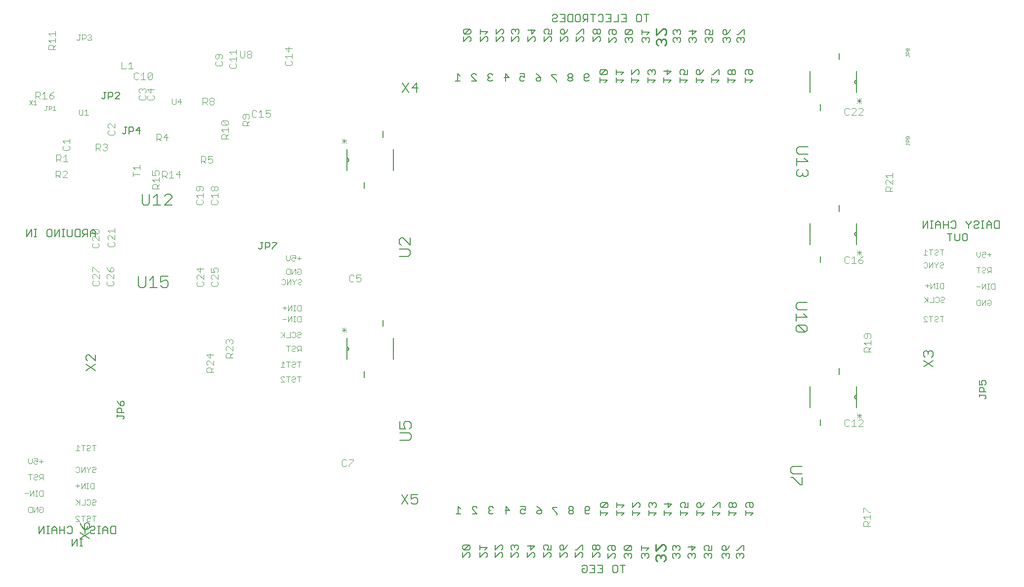
<source format=gbo>
G75*
%MOIN*%
%OFA0B0*%
%FSLAX25Y25*%
%IPPOS*%
%LPD*%
%AMOC8*
5,1,8,0,0,1.08239X$1,22.5*
%
%ADD10C,0.00400*%
%ADD11C,0.00700*%
%ADD12C,0.00900*%
%ADD13C,0.00800*%
%ADD14C,0.00600*%
%ADD15C,0.00300*%
%ADD16C,0.00200*%
%ADD17C,0.00500*%
D10*
X0088381Y0090035D02*
X0090783Y0090035D01*
X0088381Y0092437D01*
X0088381Y0093037D01*
X0088982Y0093638D01*
X0090183Y0093638D01*
X0090783Y0093037D01*
X0092064Y0093638D02*
X0094466Y0093638D01*
X0093265Y0093638D02*
X0093265Y0090035D01*
X0095747Y0090635D02*
X0096348Y0090035D01*
X0097549Y0090035D01*
X0098149Y0090635D01*
X0097549Y0091836D02*
X0096348Y0091836D01*
X0095747Y0091236D01*
X0095747Y0090635D01*
X0097549Y0091836D02*
X0098149Y0092437D01*
X0098149Y0093037D01*
X0097549Y0093638D01*
X0096348Y0093638D01*
X0095747Y0093037D01*
X0099431Y0093638D02*
X0101833Y0093638D01*
X0100632Y0093638D02*
X0100632Y0090035D01*
X0100031Y0101035D02*
X0101232Y0101035D01*
X0101833Y0101635D01*
X0101232Y0102836D02*
X0100031Y0102836D01*
X0099431Y0102236D01*
X0099431Y0101635D01*
X0100031Y0101035D01*
X0098149Y0101635D02*
X0097549Y0101035D01*
X0096348Y0101035D01*
X0095747Y0101635D01*
X0094466Y0101035D02*
X0092064Y0101035D01*
X0090783Y0101035D02*
X0090783Y0104638D01*
X0090183Y0102836D02*
X0088381Y0101035D01*
X0090783Y0102236D02*
X0088381Y0104638D01*
X0094466Y0104638D02*
X0094466Y0101035D01*
X0095747Y0104037D02*
X0096348Y0104638D01*
X0097549Y0104638D01*
X0098149Y0104037D01*
X0098149Y0101635D01*
X0099431Y0104037D02*
X0100031Y0104638D01*
X0101232Y0104638D01*
X0101833Y0104037D01*
X0101833Y0103437D01*
X0101232Y0102836D01*
X0100605Y0112035D02*
X0098803Y0112035D01*
X0098203Y0112635D01*
X0098203Y0115037D01*
X0098803Y0115638D01*
X0100605Y0115638D01*
X0100605Y0112035D01*
X0096922Y0112035D02*
X0095721Y0112035D01*
X0096321Y0112035D02*
X0096321Y0115638D01*
X0095721Y0115638D02*
X0096922Y0115638D01*
X0094466Y0115638D02*
X0092064Y0112035D01*
X0092064Y0115638D01*
X0090783Y0113836D02*
X0088381Y0113836D01*
X0089582Y0115037D02*
X0089582Y0112635D01*
X0094466Y0112035D02*
X0094466Y0115638D01*
X0094466Y0123035D02*
X0094466Y0126638D01*
X0092064Y0123035D01*
X0092064Y0126638D01*
X0090783Y0126037D02*
X0090783Y0123635D01*
X0090183Y0123035D01*
X0088982Y0123035D01*
X0088381Y0123635D01*
X0088381Y0126037D02*
X0088982Y0126638D01*
X0090183Y0126638D01*
X0090783Y0126037D01*
X0095747Y0126037D02*
X0095747Y0126638D01*
X0095747Y0126037D02*
X0096948Y0124836D01*
X0096948Y0123035D01*
X0096948Y0124836D02*
X0098149Y0126037D01*
X0098149Y0126638D01*
X0099431Y0126037D02*
X0100031Y0126638D01*
X0101232Y0126638D01*
X0101833Y0126037D01*
X0101833Y0125437D01*
X0101232Y0124836D01*
X0100031Y0124836D01*
X0099431Y0124236D01*
X0099431Y0123635D01*
X0100031Y0123035D01*
X0101232Y0123035D01*
X0101833Y0123635D01*
X0100632Y0137535D02*
X0100632Y0141138D01*
X0101833Y0141138D02*
X0099431Y0141138D01*
X0098149Y0140537D02*
X0098149Y0139937D01*
X0097549Y0139336D01*
X0096348Y0139336D01*
X0095747Y0138736D01*
X0095747Y0138135D01*
X0096348Y0137535D01*
X0097549Y0137535D01*
X0098149Y0138135D01*
X0098149Y0140537D02*
X0097549Y0141138D01*
X0096348Y0141138D01*
X0095747Y0140537D01*
X0094466Y0141138D02*
X0092064Y0141138D01*
X0093265Y0141138D02*
X0093265Y0137535D01*
X0090783Y0137535D02*
X0088381Y0137535D01*
X0089582Y0137535D02*
X0089582Y0141138D01*
X0090783Y0139937D01*
X0066100Y0130336D02*
X0063698Y0130336D01*
X0062417Y0130336D02*
X0061216Y0130937D01*
X0060615Y0130937D01*
X0060015Y0130336D01*
X0060015Y0129135D01*
X0060615Y0128535D01*
X0061816Y0128535D01*
X0062417Y0129135D01*
X0062417Y0130336D02*
X0062417Y0132138D01*
X0060015Y0132138D01*
X0058734Y0132138D02*
X0058734Y0129736D01*
X0057533Y0128535D01*
X0056332Y0129736D01*
X0056332Y0132138D01*
X0064899Y0131537D02*
X0064899Y0129135D01*
X0064298Y0121638D02*
X0063698Y0121037D01*
X0063698Y0119836D01*
X0064298Y0119236D01*
X0066100Y0119236D01*
X0064899Y0119236D02*
X0063698Y0118035D01*
X0062417Y0118635D02*
X0061816Y0118035D01*
X0060615Y0118035D01*
X0060015Y0118635D01*
X0060015Y0119236D01*
X0060615Y0119836D01*
X0061816Y0119836D01*
X0062417Y0120437D01*
X0062417Y0121037D01*
X0061816Y0121638D01*
X0060615Y0121638D01*
X0060015Y0121037D01*
X0058734Y0121638D02*
X0056332Y0121638D01*
X0057533Y0121638D02*
X0057533Y0118035D01*
X0057559Y0110638D02*
X0057559Y0107035D01*
X0059961Y0110638D01*
X0059961Y0107035D01*
X0061216Y0107035D02*
X0062417Y0107035D01*
X0061816Y0107035D02*
X0061816Y0110638D01*
X0061216Y0110638D02*
X0062417Y0110638D01*
X0063698Y0110037D02*
X0064298Y0110638D01*
X0066100Y0110638D01*
X0066100Y0107035D01*
X0064298Y0107035D01*
X0063698Y0107635D01*
X0063698Y0110037D01*
X0056278Y0108836D02*
X0053876Y0108836D01*
X0056932Y0099638D02*
X0058734Y0099638D01*
X0058734Y0096035D01*
X0056932Y0096035D01*
X0056332Y0096635D01*
X0056332Y0099037D01*
X0056932Y0099638D01*
X0060015Y0099638D02*
X0060015Y0096035D01*
X0062417Y0099638D01*
X0062417Y0096035D01*
X0063698Y0096635D02*
X0063698Y0097836D01*
X0064899Y0097836D01*
X0066100Y0099037D02*
X0066100Y0096635D01*
X0065499Y0096035D01*
X0064298Y0096035D01*
X0063698Y0096635D01*
X0063698Y0099037D02*
X0064298Y0099638D01*
X0065499Y0099638D01*
X0066100Y0099037D01*
X0066100Y0118035D02*
X0066100Y0121638D01*
X0064298Y0121638D01*
X0176696Y0190696D02*
X0176696Y0192998D01*
X0177463Y0193765D01*
X0178998Y0193765D01*
X0179765Y0192998D01*
X0179765Y0190696D01*
X0179765Y0192231D02*
X0181300Y0193765D01*
X0181300Y0195300D02*
X0178231Y0198369D01*
X0177463Y0198369D01*
X0176696Y0197602D01*
X0176696Y0196067D01*
X0177463Y0195300D01*
X0181300Y0195300D02*
X0181300Y0198369D01*
X0178998Y0199904D02*
X0178998Y0202973D01*
X0176696Y0202206D02*
X0178998Y0199904D01*
X0181300Y0202206D02*
X0176696Y0202206D01*
X0189556Y0202635D02*
X0190323Y0203402D01*
X0191858Y0203402D01*
X0192625Y0202635D01*
X0192625Y0200333D01*
X0192625Y0201868D02*
X0194160Y0203402D01*
X0194160Y0204937D02*
X0191091Y0208006D01*
X0190323Y0208006D01*
X0189556Y0207239D01*
X0189556Y0205704D01*
X0190323Y0204937D01*
X0189556Y0202635D02*
X0189556Y0200333D01*
X0194160Y0200333D01*
X0194160Y0204937D02*
X0194160Y0208006D01*
X0193393Y0209541D02*
X0194160Y0210308D01*
X0194160Y0211843D01*
X0193393Y0212610D01*
X0192625Y0212610D01*
X0191858Y0211843D01*
X0191858Y0211075D01*
X0191858Y0211843D02*
X0191091Y0212610D01*
X0190323Y0212610D01*
X0189556Y0211843D01*
X0189556Y0210308D01*
X0190323Y0209541D01*
X0181300Y0190696D02*
X0176696Y0190696D01*
X0226649Y0194035D02*
X0229051Y0194035D01*
X0227850Y0194035D02*
X0227850Y0197638D01*
X0229051Y0196437D01*
X0230332Y0197638D02*
X0232734Y0197638D01*
X0231533Y0197638D02*
X0231533Y0194035D01*
X0234015Y0194635D02*
X0234615Y0194035D01*
X0235816Y0194035D01*
X0236417Y0194635D01*
X0235816Y0195836D02*
X0234615Y0195836D01*
X0234015Y0195236D01*
X0234015Y0194635D01*
X0235816Y0195836D02*
X0236417Y0196437D01*
X0236417Y0197037D01*
X0235816Y0197638D01*
X0234615Y0197638D01*
X0234015Y0197037D01*
X0237698Y0197638D02*
X0240100Y0197638D01*
X0238899Y0197638D02*
X0238899Y0194035D01*
X0240100Y0204535D02*
X0240100Y0208138D01*
X0238298Y0208138D01*
X0237698Y0207537D01*
X0237698Y0206336D01*
X0238298Y0205736D01*
X0240100Y0205736D01*
X0238899Y0205736D02*
X0237698Y0204535D01*
X0236417Y0205135D02*
X0235816Y0204535D01*
X0234615Y0204535D01*
X0234015Y0205135D01*
X0234015Y0205736D01*
X0234615Y0206336D01*
X0235816Y0206336D01*
X0236417Y0206937D01*
X0236417Y0207537D01*
X0235816Y0208138D01*
X0234615Y0208138D01*
X0234015Y0207537D01*
X0232734Y0208138D02*
X0230332Y0208138D01*
X0231533Y0208138D02*
X0231533Y0204535D01*
X0232734Y0214035D02*
X0230332Y0214035D01*
X0229051Y0214035D02*
X0229051Y0217638D01*
X0228450Y0215836D02*
X0226649Y0214035D01*
X0229051Y0215236D02*
X0226649Y0217638D01*
X0232734Y0217638D02*
X0232734Y0214035D01*
X0234015Y0214635D02*
X0234615Y0214035D01*
X0235816Y0214035D01*
X0236417Y0214635D01*
X0236417Y0217037D01*
X0235816Y0217638D01*
X0234615Y0217638D01*
X0234015Y0217037D01*
X0237698Y0217037D02*
X0238298Y0217638D01*
X0239499Y0217638D01*
X0240100Y0217037D01*
X0240100Y0216437D01*
X0239499Y0215836D01*
X0238298Y0215836D01*
X0237698Y0215236D01*
X0237698Y0214635D01*
X0238298Y0214035D01*
X0239499Y0214035D01*
X0240100Y0214635D01*
X0240100Y0224535D02*
X0238298Y0224535D01*
X0237698Y0225135D01*
X0237698Y0227537D01*
X0238298Y0228138D01*
X0240100Y0228138D01*
X0240100Y0224535D01*
X0236417Y0224535D02*
X0235216Y0224535D01*
X0235816Y0224535D02*
X0235816Y0228138D01*
X0235216Y0228138D02*
X0236417Y0228138D01*
X0233961Y0228138D02*
X0231559Y0224535D01*
X0231559Y0228138D01*
X0230278Y0226336D02*
X0227876Y0226336D01*
X0233961Y0224535D02*
X0233961Y0228138D01*
X0233961Y0232035D02*
X0233961Y0235638D01*
X0231559Y0232035D01*
X0231559Y0235638D01*
X0230278Y0233836D02*
X0227876Y0233836D01*
X0229077Y0235037D02*
X0229077Y0232635D01*
X0235216Y0232035D02*
X0236417Y0232035D01*
X0235816Y0232035D02*
X0235816Y0235638D01*
X0235216Y0235638D02*
X0236417Y0235638D01*
X0237698Y0235037D02*
X0238298Y0235638D01*
X0240100Y0235638D01*
X0240100Y0232035D01*
X0238298Y0232035D01*
X0237698Y0232635D01*
X0237698Y0235037D01*
X0238798Y0249535D02*
X0239999Y0249535D01*
X0240600Y0250135D01*
X0239999Y0251336D02*
X0238798Y0251336D01*
X0238198Y0250736D01*
X0238198Y0250135D01*
X0238798Y0249535D01*
X0239999Y0251336D02*
X0240600Y0251937D01*
X0240600Y0252537D01*
X0239999Y0253138D01*
X0238798Y0253138D01*
X0238198Y0252537D01*
X0236917Y0252537D02*
X0235716Y0251336D01*
X0235716Y0249535D01*
X0235716Y0251336D02*
X0234515Y0252537D01*
X0234515Y0253138D01*
X0233234Y0253138D02*
X0230832Y0249535D01*
X0230832Y0253138D01*
X0229551Y0252537D02*
X0229551Y0250135D01*
X0228950Y0249535D01*
X0227749Y0249535D01*
X0227149Y0250135D01*
X0227149Y0252537D02*
X0227749Y0253138D01*
X0228950Y0253138D01*
X0229551Y0252537D01*
X0233234Y0253138D02*
X0233234Y0249535D01*
X0236917Y0252537D02*
X0236917Y0253138D01*
X0236417Y0256535D02*
X0236417Y0260138D01*
X0234015Y0256535D01*
X0234015Y0260138D01*
X0232734Y0260138D02*
X0230932Y0260138D01*
X0230332Y0259537D01*
X0230332Y0257135D01*
X0230932Y0256535D01*
X0232734Y0256535D01*
X0232734Y0260138D01*
X0237698Y0259537D02*
X0238298Y0260138D01*
X0239499Y0260138D01*
X0240100Y0259537D01*
X0240100Y0257135D01*
X0239499Y0256535D01*
X0238298Y0256535D01*
X0237698Y0257135D01*
X0237698Y0258336D01*
X0238899Y0258336D01*
X0238899Y0266135D02*
X0238899Y0268537D01*
X0240100Y0267336D02*
X0237698Y0267336D01*
X0236417Y0267336D02*
X0235216Y0267937D01*
X0234615Y0267937D01*
X0234015Y0267336D01*
X0234015Y0266135D01*
X0234615Y0265535D01*
X0235816Y0265535D01*
X0236417Y0266135D01*
X0236417Y0267336D02*
X0236417Y0269138D01*
X0234015Y0269138D01*
X0232734Y0269138D02*
X0232734Y0266736D01*
X0231533Y0265535D01*
X0230332Y0266736D01*
X0230332Y0269138D01*
X0272794Y0255373D02*
X0272794Y0252304D01*
X0273561Y0251536D01*
X0275096Y0251536D01*
X0275863Y0252304D01*
X0277398Y0252304D02*
X0278165Y0251536D01*
X0279700Y0251536D01*
X0280467Y0252304D01*
X0280467Y0253838D01*
X0279700Y0254606D01*
X0278932Y0254606D01*
X0277398Y0253838D01*
X0277398Y0256140D01*
X0280467Y0256140D01*
X0275863Y0255373D02*
X0275096Y0256140D01*
X0273561Y0256140D01*
X0272794Y0255373D01*
X0184279Y0256356D02*
X0184279Y0253287D01*
X0181210Y0256356D01*
X0180443Y0256356D01*
X0179675Y0255589D01*
X0179675Y0254054D01*
X0180443Y0253287D01*
X0180443Y0251752D02*
X0179675Y0250985D01*
X0179675Y0249450D01*
X0180443Y0248683D01*
X0183512Y0248683D01*
X0184279Y0249450D01*
X0184279Y0250985D01*
X0183512Y0251752D01*
X0183512Y0257891D02*
X0184279Y0258658D01*
X0184279Y0260193D01*
X0183512Y0260960D01*
X0181977Y0260960D01*
X0181210Y0260193D01*
X0181210Y0259426D01*
X0181977Y0257891D01*
X0179675Y0257891D01*
X0179675Y0260960D01*
X0174398Y0260193D02*
X0169794Y0260193D01*
X0172096Y0257891D01*
X0172096Y0260960D01*
X0171329Y0256356D02*
X0170562Y0256356D01*
X0169794Y0255589D01*
X0169794Y0254054D01*
X0170562Y0253287D01*
X0170562Y0251752D02*
X0169794Y0250985D01*
X0169794Y0249450D01*
X0170562Y0248683D01*
X0173631Y0248683D01*
X0174398Y0249450D01*
X0174398Y0250985D01*
X0173631Y0251752D01*
X0174398Y0253287D02*
X0171329Y0256356D01*
X0174398Y0256356D02*
X0174398Y0253287D01*
X0113799Y0253527D02*
X0110730Y0256596D01*
X0109962Y0256596D01*
X0109195Y0255829D01*
X0109195Y0254294D01*
X0109962Y0253527D01*
X0109962Y0251992D02*
X0109195Y0251225D01*
X0109195Y0249690D01*
X0109962Y0248923D01*
X0113032Y0248923D01*
X0113799Y0249690D01*
X0113799Y0251225D01*
X0113032Y0251992D01*
X0113799Y0253527D02*
X0113799Y0256596D01*
X0113032Y0258131D02*
X0113799Y0258898D01*
X0113799Y0260433D01*
X0113032Y0261200D01*
X0112264Y0261200D01*
X0111497Y0260433D01*
X0111497Y0258131D01*
X0113032Y0258131D01*
X0111497Y0258131D02*
X0109962Y0259666D01*
X0109195Y0261200D01*
X0104158Y0258251D02*
X0103391Y0258251D01*
X0100322Y0261320D01*
X0099554Y0261320D01*
X0099554Y0258251D01*
X0100322Y0256716D02*
X0099554Y0255949D01*
X0099554Y0254414D01*
X0100322Y0253647D01*
X0100322Y0252112D02*
X0099554Y0251345D01*
X0099554Y0249810D01*
X0100322Y0249043D01*
X0103391Y0249043D01*
X0104158Y0249810D01*
X0104158Y0251345D01*
X0103391Y0252112D01*
X0104158Y0253647D02*
X0101089Y0256716D01*
X0100322Y0256716D01*
X0104158Y0256716D02*
X0104158Y0253647D01*
X0103271Y0274642D02*
X0100202Y0274642D01*
X0099434Y0275409D01*
X0099434Y0276944D01*
X0100202Y0277711D01*
X0100202Y0279246D02*
X0099434Y0280013D01*
X0099434Y0281548D01*
X0100202Y0282315D01*
X0100969Y0282315D01*
X0104038Y0279246D01*
X0104038Y0282315D01*
X0103271Y0283850D02*
X0100202Y0286919D01*
X0103271Y0286919D01*
X0104038Y0286152D01*
X0104038Y0284617D01*
X0103271Y0283850D01*
X0100202Y0283850D01*
X0099434Y0284617D01*
X0099434Y0286152D01*
X0100202Y0286919D01*
X0109796Y0285985D02*
X0111331Y0284451D01*
X0111331Y0282916D02*
X0110563Y0282916D01*
X0109796Y0282149D01*
X0109796Y0280614D01*
X0110563Y0279847D01*
X0110563Y0278312D02*
X0109796Y0277545D01*
X0109796Y0276010D01*
X0110563Y0275243D01*
X0113633Y0275243D01*
X0114400Y0276010D01*
X0114400Y0277545D01*
X0113633Y0278312D01*
X0114400Y0279847D02*
X0111331Y0282916D01*
X0114400Y0282916D02*
X0114400Y0279847D01*
X0114400Y0284451D02*
X0114400Y0287520D01*
X0114400Y0285985D02*
X0109796Y0285985D01*
X0103271Y0277711D02*
X0104038Y0276944D01*
X0104038Y0275409D01*
X0103271Y0274642D01*
X0169494Y0304489D02*
X0170262Y0303722D01*
X0173331Y0303722D01*
X0174098Y0304489D01*
X0174098Y0306024D01*
X0173331Y0306791D01*
X0174098Y0308326D02*
X0174098Y0311395D01*
X0174098Y0309861D02*
X0169494Y0309861D01*
X0171029Y0308326D01*
X0170262Y0306791D02*
X0169494Y0306024D01*
X0169494Y0304489D01*
X0179495Y0304489D02*
X0180263Y0303722D01*
X0183332Y0303722D01*
X0184099Y0304489D01*
X0184099Y0306024D01*
X0183332Y0306791D01*
X0184099Y0308326D02*
X0184099Y0311395D01*
X0184099Y0309861D02*
X0179495Y0309861D01*
X0181030Y0308326D01*
X0180263Y0306791D02*
X0179495Y0306024D01*
X0179495Y0304489D01*
X0180263Y0312930D02*
X0181030Y0312930D01*
X0181797Y0313697D01*
X0181797Y0315232D01*
X0182565Y0315999D01*
X0183332Y0315999D01*
X0184099Y0315232D01*
X0184099Y0313697D01*
X0183332Y0312930D01*
X0182565Y0312930D01*
X0181797Y0313697D01*
X0181797Y0315232D02*
X0181030Y0315999D01*
X0180263Y0315999D01*
X0179495Y0315232D01*
X0179495Y0313697D01*
X0180263Y0312930D01*
X0174098Y0313697D02*
X0174098Y0315232D01*
X0173331Y0315999D01*
X0170262Y0315999D01*
X0169494Y0315232D01*
X0169494Y0313697D01*
X0170262Y0312930D01*
X0171029Y0312930D01*
X0171796Y0313697D01*
X0171796Y0315999D01*
X0174098Y0313697D02*
X0173331Y0312930D01*
X0158198Y0321535D02*
X0158198Y0326139D01*
X0155896Y0323837D01*
X0158965Y0323837D01*
X0154361Y0321535D02*
X0151292Y0321535D01*
X0149757Y0321535D02*
X0148223Y0323069D01*
X0148990Y0323069D02*
X0146688Y0323069D01*
X0146688Y0321535D02*
X0146688Y0326139D01*
X0148990Y0326139D01*
X0149757Y0325371D01*
X0149757Y0323837D01*
X0148990Y0323069D01*
X0151292Y0324604D02*
X0152827Y0326139D01*
X0152827Y0321535D01*
X0144600Y0321896D02*
X0144600Y0318827D01*
X0144600Y0320361D02*
X0139996Y0320361D01*
X0141531Y0318827D01*
X0142298Y0317292D02*
X0143065Y0316525D01*
X0143065Y0314223D01*
X0143065Y0315758D02*
X0144600Y0317292D01*
X0142298Y0317292D02*
X0140763Y0317292D01*
X0139996Y0316525D01*
X0139996Y0314223D01*
X0144600Y0314223D01*
X0143833Y0323431D02*
X0144600Y0324198D01*
X0144600Y0325733D01*
X0143833Y0326500D01*
X0142298Y0326500D01*
X0141531Y0325733D01*
X0141531Y0324965D01*
X0142298Y0323431D01*
X0139996Y0323431D01*
X0139996Y0326500D01*
X0131600Y0327139D02*
X0131600Y0330208D01*
X0131600Y0328673D02*
X0126996Y0328673D01*
X0128531Y0327139D01*
X0126996Y0325604D02*
X0126996Y0322535D01*
X0126996Y0324069D02*
X0131600Y0324069D01*
X0109465Y0340802D02*
X0108698Y0340035D01*
X0107163Y0340035D01*
X0106396Y0340802D01*
X0104861Y0340035D02*
X0103327Y0341569D01*
X0104094Y0341569D02*
X0101792Y0341569D01*
X0101792Y0340035D02*
X0101792Y0344639D01*
X0104094Y0344639D01*
X0104861Y0343871D01*
X0104861Y0342337D01*
X0104094Y0341569D01*
X0106396Y0343871D02*
X0107163Y0344639D01*
X0108698Y0344639D01*
X0109465Y0343871D01*
X0109465Y0343104D01*
X0108698Y0342337D01*
X0109465Y0341569D01*
X0109465Y0340802D01*
X0108698Y0342337D02*
X0107931Y0342337D01*
X0110763Y0350535D02*
X0113833Y0350535D01*
X0114600Y0351302D01*
X0114600Y0352837D01*
X0113833Y0353604D01*
X0114600Y0355139D02*
X0111531Y0358208D01*
X0110763Y0358208D01*
X0109996Y0357441D01*
X0109996Y0355906D01*
X0110763Y0355139D01*
X0110763Y0353604D02*
X0109996Y0352837D01*
X0109996Y0351302D01*
X0110763Y0350535D01*
X0114600Y0355139D02*
X0114600Y0358208D01*
X0130996Y0375094D02*
X0131763Y0374327D01*
X0134833Y0374327D01*
X0135600Y0375094D01*
X0135600Y0376629D01*
X0134833Y0377396D01*
X0134833Y0378931D02*
X0135600Y0379698D01*
X0135600Y0381233D01*
X0134833Y0382000D01*
X0134065Y0382000D01*
X0133298Y0381233D01*
X0133298Y0380465D01*
X0133298Y0381233D02*
X0132531Y0382000D01*
X0131763Y0382000D01*
X0130996Y0381233D01*
X0130996Y0379698D01*
X0131763Y0378931D01*
X0131763Y0377396D02*
X0130996Y0376629D01*
X0130996Y0375094D01*
X0136496Y0375094D02*
X0137263Y0374327D01*
X0140333Y0374327D01*
X0141100Y0375094D01*
X0141100Y0376629D01*
X0140333Y0377396D01*
X0138798Y0378931D02*
X0138798Y0382000D01*
X0136496Y0381233D02*
X0138798Y0378931D01*
X0137263Y0377396D02*
X0136496Y0376629D01*
X0136496Y0375094D01*
X0136496Y0381233D02*
X0141100Y0381233D01*
X0139198Y0388035D02*
X0137663Y0388035D01*
X0136896Y0388802D01*
X0139965Y0391871D01*
X0139965Y0388802D01*
X0139198Y0388035D01*
X0136896Y0388802D02*
X0136896Y0391871D01*
X0137663Y0392639D01*
X0139198Y0392639D01*
X0139965Y0391871D01*
X0135361Y0388035D02*
X0132292Y0388035D01*
X0133827Y0388035D02*
X0133827Y0392639D01*
X0132292Y0391104D01*
X0130757Y0391871D02*
X0129990Y0392639D01*
X0128456Y0392639D01*
X0127688Y0391871D01*
X0127688Y0388802D01*
X0128456Y0388035D01*
X0129990Y0388035D01*
X0130757Y0388802D01*
X0127028Y0395113D02*
X0123959Y0395113D01*
X0122424Y0395113D02*
X0119355Y0395113D01*
X0119355Y0399717D01*
X0123959Y0398183D02*
X0125494Y0399717D01*
X0125494Y0395113D01*
X0074600Y0408223D02*
X0069996Y0408223D01*
X0069996Y0410525D01*
X0070763Y0411292D01*
X0072298Y0411292D01*
X0073065Y0410525D01*
X0073065Y0408223D01*
X0073065Y0409758D02*
X0074600Y0411292D01*
X0074600Y0412827D02*
X0074600Y0415896D01*
X0074600Y0414361D02*
X0069996Y0414361D01*
X0071531Y0412827D01*
X0071531Y0417431D02*
X0069996Y0418965D01*
X0074600Y0418965D01*
X0074600Y0417431D02*
X0074600Y0420500D01*
X0073465Y0379639D02*
X0071931Y0378871D01*
X0070396Y0377337D01*
X0072698Y0377337D01*
X0073465Y0376569D01*
X0073465Y0375802D01*
X0072698Y0375035D01*
X0071163Y0375035D01*
X0070396Y0375802D01*
X0070396Y0377337D01*
X0068861Y0375035D02*
X0065792Y0375035D01*
X0064257Y0375035D02*
X0062723Y0376569D01*
X0063490Y0376569D02*
X0061188Y0376569D01*
X0061188Y0375035D02*
X0061188Y0379639D01*
X0063490Y0379639D01*
X0064257Y0378871D01*
X0064257Y0377337D01*
X0063490Y0376569D01*
X0065792Y0378104D02*
X0067327Y0379639D01*
X0067327Y0375035D01*
X0079496Y0346465D02*
X0084100Y0346465D01*
X0084100Y0344931D02*
X0084100Y0348000D01*
X0081031Y0344931D02*
X0079496Y0346465D01*
X0080263Y0343396D02*
X0079496Y0342629D01*
X0079496Y0341094D01*
X0080263Y0340327D01*
X0083333Y0340327D01*
X0084100Y0341094D01*
X0084100Y0342629D01*
X0083333Y0343396D01*
X0081431Y0337139D02*
X0081431Y0332535D01*
X0082965Y0332535D02*
X0079896Y0332535D01*
X0078361Y0332535D02*
X0076827Y0334069D01*
X0077594Y0334069D02*
X0075292Y0334069D01*
X0075292Y0332535D02*
X0075292Y0337139D01*
X0077594Y0337139D01*
X0078361Y0336371D01*
X0078361Y0334837D01*
X0077594Y0334069D01*
X0079896Y0335604D02*
X0081431Y0337139D01*
X0081698Y0326389D02*
X0080163Y0326389D01*
X0079396Y0325621D01*
X0077861Y0325621D02*
X0077861Y0324087D01*
X0077094Y0323319D01*
X0074792Y0323319D01*
X0074792Y0321785D02*
X0074792Y0326389D01*
X0077094Y0326389D01*
X0077861Y0325621D01*
X0076327Y0323319D02*
X0077861Y0321785D01*
X0079396Y0321785D02*
X0082465Y0324854D01*
X0082465Y0325621D01*
X0081698Y0326389D01*
X0082465Y0321785D02*
X0079396Y0321785D01*
X0142792Y0346535D02*
X0142792Y0351139D01*
X0145094Y0351139D01*
X0145861Y0350371D01*
X0145861Y0348837D01*
X0145094Y0348069D01*
X0142792Y0348069D01*
X0144327Y0348069D02*
X0145861Y0346535D01*
X0147396Y0348837D02*
X0149698Y0351139D01*
X0149698Y0346535D01*
X0150465Y0348837D02*
X0147396Y0348837D01*
X0172792Y0336139D02*
X0175094Y0336139D01*
X0175861Y0335371D01*
X0175861Y0333837D01*
X0175094Y0333069D01*
X0172792Y0333069D01*
X0172792Y0331535D02*
X0172792Y0336139D01*
X0174327Y0333069D02*
X0175861Y0331535D01*
X0177396Y0332302D02*
X0178163Y0331535D01*
X0179698Y0331535D01*
X0180465Y0332302D01*
X0180465Y0333837D01*
X0179698Y0334604D01*
X0178931Y0334604D01*
X0177396Y0333837D01*
X0177396Y0336139D01*
X0180465Y0336139D01*
X0186496Y0348035D02*
X0186496Y0350337D01*
X0187263Y0351104D01*
X0188798Y0351104D01*
X0189565Y0350337D01*
X0189565Y0348035D01*
X0189565Y0349569D02*
X0191100Y0351104D01*
X0191100Y0352639D02*
X0191100Y0355708D01*
X0191100Y0354173D02*
X0186496Y0354173D01*
X0188031Y0352639D01*
X0187263Y0357243D02*
X0186496Y0358010D01*
X0186496Y0359545D01*
X0187263Y0360312D01*
X0190333Y0357243D01*
X0191100Y0358010D01*
X0191100Y0359545D01*
X0190333Y0360312D01*
X0187263Y0360312D01*
X0187263Y0357243D02*
X0190333Y0357243D01*
X0200746Y0356785D02*
X0200746Y0359087D01*
X0201513Y0359854D01*
X0203048Y0359854D01*
X0203815Y0359087D01*
X0203815Y0356785D01*
X0203815Y0358319D02*
X0205350Y0359854D01*
X0204583Y0361389D02*
X0205350Y0362156D01*
X0205350Y0363691D01*
X0204583Y0364458D01*
X0201513Y0364458D01*
X0200746Y0363691D01*
X0200746Y0362156D01*
X0201513Y0361389D01*
X0202281Y0361389D01*
X0203048Y0362156D01*
X0203048Y0364458D01*
X0207188Y0363302D02*
X0207956Y0362535D01*
X0209490Y0362535D01*
X0210257Y0363302D01*
X0211792Y0362535D02*
X0214861Y0362535D01*
X0213327Y0362535D02*
X0213327Y0367139D01*
X0211792Y0365604D01*
X0210257Y0366371D02*
X0209490Y0367139D01*
X0207956Y0367139D01*
X0207188Y0366371D01*
X0207188Y0363302D01*
X0205350Y0356785D02*
X0200746Y0356785D01*
X0191100Y0348035D02*
X0186496Y0348035D01*
X0216396Y0363302D02*
X0217163Y0362535D01*
X0218698Y0362535D01*
X0219465Y0363302D01*
X0219465Y0364837D01*
X0218698Y0365604D01*
X0217931Y0365604D01*
X0216396Y0364837D01*
X0216396Y0367139D01*
X0219465Y0367139D01*
X0230263Y0397535D02*
X0233333Y0397535D01*
X0234100Y0398302D01*
X0234100Y0399837D01*
X0233333Y0400604D01*
X0234100Y0402139D02*
X0234100Y0405208D01*
X0234100Y0403673D02*
X0229496Y0403673D01*
X0231031Y0402139D01*
X0230263Y0400604D02*
X0229496Y0399837D01*
X0229496Y0398302D01*
X0230263Y0397535D01*
X0231798Y0406743D02*
X0231798Y0409812D01*
X0229496Y0409045D02*
X0231798Y0406743D01*
X0234100Y0409045D02*
X0229496Y0409045D01*
X0206871Y0406513D02*
X0206871Y0405746D01*
X0206104Y0404978D01*
X0204569Y0404978D01*
X0203802Y0405746D01*
X0203802Y0406513D01*
X0204569Y0407280D01*
X0206104Y0407280D01*
X0206871Y0406513D01*
X0206104Y0404978D02*
X0206871Y0404211D01*
X0206871Y0403444D01*
X0206104Y0402676D01*
X0204569Y0402676D01*
X0203802Y0403444D01*
X0203802Y0404211D01*
X0204569Y0404978D01*
X0202267Y0403444D02*
X0202267Y0407280D01*
X0199198Y0407280D02*
X0199198Y0403444D01*
X0199965Y0402676D01*
X0201500Y0402676D01*
X0202267Y0403444D01*
X0196600Y0403396D02*
X0196600Y0400327D01*
X0196600Y0401861D02*
X0191996Y0401861D01*
X0193531Y0400327D01*
X0192763Y0398792D02*
X0191996Y0398025D01*
X0191996Y0396490D01*
X0192763Y0395723D01*
X0195833Y0395723D01*
X0196600Y0396490D01*
X0196600Y0398025D01*
X0195833Y0398792D01*
X0187100Y0398094D02*
X0187100Y0399629D01*
X0186333Y0400396D01*
X0186333Y0401931D02*
X0187100Y0402698D01*
X0187100Y0404233D01*
X0186333Y0405000D01*
X0183263Y0405000D01*
X0182496Y0404233D01*
X0182496Y0402698D01*
X0183263Y0401931D01*
X0184031Y0401931D01*
X0184798Y0402698D01*
X0184798Y0405000D01*
X0183263Y0400396D02*
X0182496Y0399629D01*
X0182496Y0398094D01*
X0183263Y0397327D01*
X0186333Y0397327D01*
X0187100Y0398094D01*
X0193531Y0404931D02*
X0191996Y0406465D01*
X0196600Y0406465D01*
X0196600Y0404931D02*
X0196600Y0408000D01*
X0180906Y0375639D02*
X0181673Y0374871D01*
X0181673Y0374104D01*
X0180906Y0373337D01*
X0179371Y0373337D01*
X0178604Y0374104D01*
X0178604Y0374871D01*
X0179371Y0375639D01*
X0180906Y0375639D01*
X0180906Y0373337D02*
X0181673Y0372569D01*
X0181673Y0371802D01*
X0180906Y0371035D01*
X0179371Y0371035D01*
X0178604Y0371802D01*
X0178604Y0372569D01*
X0179371Y0373337D01*
X0177069Y0373337D02*
X0176302Y0372569D01*
X0174000Y0372569D01*
X0174000Y0371035D02*
X0174000Y0375639D01*
X0176302Y0375639D01*
X0177069Y0374871D01*
X0177069Y0373337D01*
X0175535Y0372569D02*
X0177069Y0371035D01*
X0227249Y0187638D02*
X0228450Y0187638D01*
X0229051Y0187037D01*
X0230332Y0187638D02*
X0232734Y0187638D01*
X0231533Y0187638D02*
X0231533Y0184035D01*
X0229051Y0184035D02*
X0226649Y0186437D01*
X0226649Y0187037D01*
X0227249Y0187638D01*
X0226649Y0184035D02*
X0229051Y0184035D01*
X0234015Y0184635D02*
X0234615Y0184035D01*
X0235816Y0184035D01*
X0236417Y0184635D01*
X0235816Y0185836D02*
X0234615Y0185836D01*
X0234015Y0185236D01*
X0234015Y0184635D01*
X0235816Y0185836D02*
X0236417Y0186437D01*
X0236417Y0187037D01*
X0235816Y0187638D01*
X0234615Y0187638D01*
X0234015Y0187037D01*
X0237698Y0187638D02*
X0240100Y0187638D01*
X0238899Y0187638D02*
X0238899Y0184035D01*
X0268562Y0131638D02*
X0267795Y0130871D01*
X0267795Y0127801D01*
X0268562Y0127034D01*
X0270096Y0127034D01*
X0270864Y0127801D01*
X0272398Y0127801D02*
X0272398Y0127034D01*
X0272398Y0127801D02*
X0275468Y0130871D01*
X0275468Y0131638D01*
X0272398Y0131638D01*
X0270864Y0130871D02*
X0270096Y0131638D01*
X0268562Y0131638D01*
X0606998Y0154799D02*
X0607766Y0154032D01*
X0609300Y0154032D01*
X0610068Y0154799D01*
X0611602Y0154032D02*
X0614672Y0154032D01*
X0616206Y0154032D02*
X0619276Y0157101D01*
X0619276Y0157869D01*
X0618508Y0158636D01*
X0616974Y0158636D01*
X0616206Y0157869D01*
X0613137Y0158636D02*
X0613137Y0154032D01*
X0616206Y0154032D02*
X0619276Y0154032D01*
X0613137Y0158636D02*
X0611602Y0157101D01*
X0610068Y0157869D02*
X0609300Y0158636D01*
X0607766Y0158636D01*
X0606998Y0157869D01*
X0606998Y0154799D01*
X0619998Y0204221D02*
X0619998Y0206523D01*
X0620765Y0207290D01*
X0622300Y0207290D01*
X0623067Y0206523D01*
X0623067Y0204221D01*
X0623067Y0205756D02*
X0624602Y0207290D01*
X0624602Y0208825D02*
X0624602Y0211894D01*
X0624602Y0210359D02*
X0619998Y0210359D01*
X0621533Y0208825D01*
X0621533Y0213429D02*
X0620765Y0213429D01*
X0619998Y0214196D01*
X0619998Y0215731D01*
X0620765Y0216498D01*
X0623835Y0216498D01*
X0624602Y0215731D01*
X0624602Y0214196D01*
X0623835Y0213429D01*
X0622300Y0214196D02*
X0622300Y0216498D01*
X0622300Y0214196D02*
X0621533Y0213429D01*
X0619998Y0204221D02*
X0624602Y0204221D01*
X0660149Y0224535D02*
X0662551Y0224535D01*
X0660149Y0226937D01*
X0660149Y0227537D01*
X0660749Y0228138D01*
X0661950Y0228138D01*
X0662551Y0227537D01*
X0663832Y0228138D02*
X0666234Y0228138D01*
X0665033Y0228138D02*
X0665033Y0224535D01*
X0667515Y0225135D02*
X0668115Y0224535D01*
X0669316Y0224535D01*
X0669917Y0225135D01*
X0669316Y0226336D02*
X0668115Y0226336D01*
X0667515Y0225736D01*
X0667515Y0225135D01*
X0669316Y0226336D02*
X0669917Y0226937D01*
X0669917Y0227537D01*
X0669316Y0228138D01*
X0668115Y0228138D01*
X0667515Y0227537D01*
X0671198Y0228138D02*
X0673600Y0228138D01*
X0672399Y0228138D02*
X0672399Y0224535D01*
X0672298Y0237535D02*
X0673499Y0237535D01*
X0674100Y0238135D01*
X0673499Y0239336D02*
X0672298Y0239336D01*
X0671698Y0238736D01*
X0671698Y0238135D01*
X0672298Y0237535D01*
X0670417Y0238135D02*
X0669816Y0237535D01*
X0668615Y0237535D01*
X0668015Y0238135D01*
X0666734Y0237535D02*
X0664332Y0237535D01*
X0663051Y0237535D02*
X0663051Y0241138D01*
X0662450Y0239336D02*
X0660649Y0237535D01*
X0663051Y0238736D02*
X0660649Y0241138D01*
X0666734Y0241138D02*
X0666734Y0237535D01*
X0668015Y0240537D02*
X0668615Y0241138D01*
X0669816Y0241138D01*
X0670417Y0240537D01*
X0670417Y0238135D01*
X0671698Y0240537D02*
X0672298Y0241138D01*
X0673499Y0241138D01*
X0674100Y0240537D01*
X0674100Y0239937D01*
X0673499Y0239336D01*
X0673600Y0247035D02*
X0671798Y0247035D01*
X0671198Y0247635D01*
X0671198Y0250037D01*
X0671798Y0250638D01*
X0673600Y0250638D01*
X0673600Y0247035D01*
X0669917Y0247035D02*
X0668716Y0247035D01*
X0669316Y0247035D02*
X0669316Y0250638D01*
X0668716Y0250638D02*
X0669917Y0250638D01*
X0667461Y0250638D02*
X0665059Y0247035D01*
X0665059Y0250638D01*
X0663778Y0248836D02*
X0661376Y0248836D01*
X0662577Y0250037D02*
X0662577Y0247635D01*
X0667461Y0247035D02*
X0667461Y0250638D01*
X0666234Y0261035D02*
X0666234Y0264638D01*
X0663832Y0261035D01*
X0663832Y0264638D01*
X0662551Y0264037D02*
X0661950Y0264638D01*
X0660749Y0264638D01*
X0660149Y0264037D01*
X0662551Y0264037D02*
X0662551Y0261635D01*
X0661950Y0261035D01*
X0660749Y0261035D01*
X0660149Y0261635D01*
X0667515Y0264037D02*
X0667515Y0264638D01*
X0667515Y0264037D02*
X0668716Y0262836D01*
X0668716Y0261035D01*
X0668716Y0262836D02*
X0669917Y0264037D01*
X0669917Y0264638D01*
X0671198Y0264037D02*
X0671798Y0264638D01*
X0672999Y0264638D01*
X0673600Y0264037D01*
X0673600Y0263437D01*
X0672999Y0262836D01*
X0671798Y0262836D01*
X0671198Y0262236D01*
X0671198Y0261635D01*
X0671798Y0261035D01*
X0672999Y0261035D01*
X0673600Y0261635D01*
X0672399Y0269535D02*
X0672399Y0273138D01*
X0673600Y0273138D02*
X0671198Y0273138D01*
X0669917Y0272537D02*
X0669917Y0271937D01*
X0669316Y0271336D01*
X0668115Y0271336D01*
X0667515Y0270736D01*
X0667515Y0270135D01*
X0668115Y0269535D01*
X0669316Y0269535D01*
X0669917Y0270135D01*
X0669917Y0272537D02*
X0669316Y0273138D01*
X0668115Y0273138D01*
X0667515Y0272537D01*
X0666234Y0273138D02*
X0663832Y0273138D01*
X0665033Y0273138D02*
X0665033Y0269535D01*
X0662551Y0269535D02*
X0660149Y0269535D01*
X0661350Y0269535D02*
X0661350Y0273138D01*
X0662551Y0271937D01*
X0695881Y0271638D02*
X0695881Y0269236D01*
X0697082Y0268035D01*
X0698283Y0269236D01*
X0698283Y0271638D01*
X0699564Y0271638D02*
X0701966Y0271638D01*
X0701966Y0269836D01*
X0700765Y0270437D01*
X0700165Y0270437D01*
X0699564Y0269836D01*
X0699564Y0268635D01*
X0700165Y0268035D01*
X0701366Y0268035D01*
X0701966Y0268635D01*
X0703247Y0269836D02*
X0705649Y0269836D01*
X0704448Y0271037D02*
X0704448Y0268635D01*
X0703848Y0261138D02*
X0703247Y0260537D01*
X0703247Y0259336D01*
X0703848Y0258736D01*
X0705649Y0258736D01*
X0704448Y0258736D02*
X0703247Y0257535D01*
X0701966Y0258135D02*
X0701366Y0257535D01*
X0700165Y0257535D01*
X0699564Y0258135D01*
X0699564Y0258736D01*
X0700165Y0259336D01*
X0701366Y0259336D01*
X0701966Y0259937D01*
X0701966Y0260537D01*
X0701366Y0261138D01*
X0700165Y0261138D01*
X0699564Y0260537D01*
X0698283Y0261138D02*
X0695881Y0261138D01*
X0697082Y0261138D02*
X0697082Y0257535D01*
X0703848Y0261138D02*
X0705649Y0261138D01*
X0705649Y0257535D01*
X0706303Y0250138D02*
X0708105Y0250138D01*
X0708105Y0246535D01*
X0706303Y0246535D01*
X0705703Y0247135D01*
X0705703Y0249537D01*
X0706303Y0250138D01*
X0704422Y0250138D02*
X0703221Y0250138D01*
X0703821Y0250138D02*
X0703821Y0246535D01*
X0703221Y0246535D02*
X0704422Y0246535D01*
X0701966Y0246535D02*
X0701966Y0250138D01*
X0699564Y0246535D01*
X0699564Y0250138D01*
X0698283Y0248336D02*
X0695881Y0248336D01*
X0696482Y0239138D02*
X0698283Y0239138D01*
X0698283Y0235535D01*
X0696482Y0235535D01*
X0695881Y0236135D01*
X0695881Y0238537D01*
X0696482Y0239138D01*
X0699564Y0239138D02*
X0699564Y0235535D01*
X0701966Y0239138D01*
X0701966Y0235535D01*
X0703247Y0236135D02*
X0703247Y0237336D01*
X0704448Y0237336D01*
X0703247Y0236135D02*
X0703848Y0235535D01*
X0705049Y0235535D01*
X0705649Y0236135D01*
X0705649Y0238537D01*
X0705049Y0239138D01*
X0703848Y0239138D01*
X0703247Y0238537D01*
X0619279Y0264800D02*
X0618512Y0264033D01*
X0616977Y0264033D01*
X0616210Y0264800D01*
X0616210Y0266335D01*
X0618512Y0266335D01*
X0619279Y0265568D01*
X0619279Y0264800D01*
X0617745Y0267870D02*
X0616210Y0266335D01*
X0617745Y0267870D02*
X0619279Y0268637D01*
X0613141Y0268637D02*
X0613141Y0264033D01*
X0614675Y0264033D02*
X0611606Y0264033D01*
X0610071Y0264800D02*
X0609304Y0264033D01*
X0607770Y0264033D01*
X0607002Y0264800D01*
X0607002Y0267870D01*
X0607770Y0268637D01*
X0609304Y0268637D01*
X0610071Y0267870D01*
X0611606Y0267102D02*
X0613141Y0268637D01*
X0634496Y0312533D02*
X0634496Y0314835D01*
X0635264Y0315602D01*
X0636798Y0315602D01*
X0637566Y0314835D01*
X0637566Y0312533D01*
X0639100Y0312533D02*
X0634496Y0312533D01*
X0637566Y0314067D02*
X0639100Y0315602D01*
X0639100Y0317137D02*
X0636031Y0320206D01*
X0635264Y0320206D01*
X0634496Y0319439D01*
X0634496Y0317904D01*
X0635264Y0317137D01*
X0639100Y0317137D02*
X0639100Y0320206D01*
X0639100Y0321741D02*
X0639100Y0324810D01*
X0639100Y0323275D02*
X0634496Y0323275D01*
X0636031Y0321741D01*
X0619279Y0364034D02*
X0616210Y0364034D01*
X0619279Y0367103D01*
X0619279Y0367870D01*
X0618512Y0368638D01*
X0616977Y0368638D01*
X0616210Y0367870D01*
X0614675Y0367870D02*
X0613908Y0368638D01*
X0612373Y0368638D01*
X0611606Y0367870D01*
X0610071Y0367870D02*
X0609304Y0368638D01*
X0607769Y0368638D01*
X0607002Y0367870D01*
X0607002Y0364801D01*
X0607769Y0364034D01*
X0609304Y0364034D01*
X0610071Y0364801D01*
X0611606Y0364034D02*
X0614675Y0367103D01*
X0614675Y0367870D01*
X0614675Y0364034D02*
X0611606Y0364034D01*
X0619497Y0099002D02*
X0620265Y0099002D01*
X0623334Y0095932D01*
X0624101Y0095932D01*
X0624101Y0094398D02*
X0624101Y0091328D01*
X0624101Y0089794D02*
X0622567Y0088259D01*
X0622567Y0089026D02*
X0622567Y0086725D01*
X0624101Y0086725D02*
X0619497Y0086725D01*
X0619497Y0089026D01*
X0620265Y0089794D01*
X0621799Y0089794D01*
X0622567Y0089026D01*
X0621032Y0091328D02*
X0619497Y0092863D01*
X0624101Y0092863D01*
X0619497Y0095932D02*
X0619497Y0099002D01*
D11*
X0086040Y0078089D02*
X0086040Y0073185D01*
X0089309Y0078089D01*
X0089309Y0073185D01*
X0091112Y0073185D02*
X0092747Y0073185D01*
X0091930Y0073185D02*
X0091930Y0078089D01*
X0091145Y0078185D02*
X0097450Y0082389D01*
X0098072Y0082402D02*
X0098889Y0081585D01*
X0100524Y0081585D01*
X0101341Y0082402D01*
X0100524Y0084037D02*
X0098889Y0084037D01*
X0098072Y0083219D01*
X0098072Y0082402D01*
X0096400Y0084630D02*
X0097450Y0085681D01*
X0097450Y0087783D01*
X0096400Y0088834D01*
X0095349Y0088834D01*
X0094298Y0087783D01*
X0094298Y0084630D01*
X0096400Y0084630D01*
X0096185Y0085672D02*
X0094550Y0084037D01*
X0094550Y0081585D01*
X0094550Y0084037D02*
X0092915Y0085672D01*
X0092915Y0086489D01*
X0092196Y0086732D02*
X0094298Y0084630D01*
X0096185Y0085672D02*
X0096185Y0086489D01*
X0098072Y0085672D02*
X0098889Y0086489D01*
X0100524Y0086489D01*
X0101341Y0085672D01*
X0101341Y0084854D01*
X0100524Y0084037D01*
X0103144Y0086489D02*
X0104779Y0086489D01*
X0103961Y0086489D02*
X0103961Y0081585D01*
X0103144Y0081585D02*
X0104779Y0081585D01*
X0106666Y0081585D02*
X0106666Y0084854D01*
X0108300Y0086489D01*
X0109935Y0084854D01*
X0109935Y0081585D01*
X0111822Y0082402D02*
X0111822Y0085672D01*
X0112639Y0086489D01*
X0115091Y0086489D01*
X0115091Y0081585D01*
X0112639Y0081585D01*
X0111822Y0082402D01*
X0109935Y0084037D02*
X0106666Y0084037D01*
X0097450Y0078185D02*
X0091145Y0082389D01*
X0091112Y0078089D02*
X0092747Y0078089D01*
X0085872Y0082402D02*
X0085054Y0081585D01*
X0083420Y0081585D01*
X0082602Y0082402D01*
X0080715Y0081585D02*
X0080715Y0086489D01*
X0082602Y0085672D02*
X0083420Y0086489D01*
X0085054Y0086489D01*
X0085872Y0085672D01*
X0085872Y0082402D01*
X0080715Y0084037D02*
X0077446Y0084037D01*
X0075559Y0084037D02*
X0072290Y0084037D01*
X0072290Y0084854D02*
X0072290Y0081585D01*
X0070403Y0081585D02*
X0068768Y0081585D01*
X0069585Y0081585D02*
X0069585Y0086489D01*
X0068768Y0086489D02*
X0070403Y0086489D01*
X0072290Y0084854D02*
X0073924Y0086489D01*
X0075559Y0084854D01*
X0075559Y0081585D01*
X0077446Y0081585D02*
X0077446Y0086489D01*
X0066965Y0086489D02*
X0066965Y0081585D01*
X0063696Y0081585D02*
X0063696Y0086489D01*
X0066965Y0086489D02*
X0063696Y0081585D01*
X0091145Y0088834D02*
X0092196Y0086732D01*
X0095145Y0191687D02*
X0101450Y0195890D01*
X0101450Y0198132D02*
X0097247Y0202336D01*
X0096196Y0202336D01*
X0095145Y0201285D01*
X0095145Y0199183D01*
X0096196Y0198132D01*
X0095145Y0195890D02*
X0101450Y0191687D01*
X0101450Y0198132D02*
X0101450Y0202336D01*
X0101450Y0281885D02*
X0101450Y0285154D01*
X0099815Y0286789D01*
X0098181Y0285154D01*
X0098181Y0281885D01*
X0096294Y0281885D02*
X0096294Y0286789D01*
X0093842Y0286789D01*
X0093024Y0285972D01*
X0093024Y0284337D01*
X0093842Y0283519D01*
X0096294Y0283519D01*
X0094659Y0283519D02*
X0093024Y0281885D01*
X0091137Y0281885D02*
X0091137Y0286789D01*
X0088685Y0286789D01*
X0087868Y0285972D01*
X0087868Y0282702D01*
X0088685Y0281885D01*
X0091137Y0281885D01*
X0085981Y0282702D02*
X0085163Y0281885D01*
X0083529Y0281885D01*
X0082711Y0282702D01*
X0082711Y0286789D01*
X0080824Y0286789D02*
X0079190Y0286789D01*
X0080007Y0286789D02*
X0080007Y0281885D01*
X0080824Y0281885D02*
X0079190Y0281885D01*
X0077387Y0281885D02*
X0077387Y0286789D01*
X0074117Y0281885D01*
X0074117Y0286789D01*
X0072230Y0285972D02*
X0072230Y0282702D01*
X0071413Y0281885D01*
X0069778Y0281885D01*
X0068961Y0282702D01*
X0068961Y0285972D01*
X0069778Y0286789D01*
X0071413Y0286789D01*
X0072230Y0285972D01*
X0061918Y0286789D02*
X0060283Y0286789D01*
X0061100Y0286789D02*
X0061100Y0281885D01*
X0060283Y0281885D02*
X0061918Y0281885D01*
X0058480Y0281885D02*
X0058480Y0286789D01*
X0055211Y0281885D01*
X0055211Y0286789D01*
X0085981Y0286789D02*
X0085981Y0282702D01*
X0098181Y0284337D02*
X0101450Y0284337D01*
X0308649Y0379185D02*
X0312853Y0385491D01*
X0315095Y0382338D02*
X0318248Y0385491D01*
X0318248Y0379185D01*
X0319298Y0382338D02*
X0315095Y0382338D01*
X0312853Y0379185D02*
X0308649Y0385491D01*
X0344259Y0386885D02*
X0347528Y0386885D01*
X0345893Y0386885D02*
X0345893Y0391789D01*
X0347528Y0390154D01*
X0355259Y0390154D02*
X0355259Y0390972D01*
X0356076Y0391789D01*
X0357711Y0391789D01*
X0358528Y0390972D01*
X0355259Y0390154D02*
X0358528Y0386885D01*
X0355259Y0386885D01*
X0366259Y0387702D02*
X0367076Y0386885D01*
X0368711Y0386885D01*
X0369528Y0387702D01*
X0367893Y0389337D02*
X0367076Y0389337D01*
X0366259Y0388519D01*
X0366259Y0387702D01*
X0367076Y0389337D02*
X0366259Y0390154D01*
X0366259Y0390972D01*
X0367076Y0391789D01*
X0368711Y0391789D01*
X0369528Y0390972D01*
X0377259Y0389337D02*
X0380528Y0389337D01*
X0378076Y0391789D01*
X0378076Y0386885D01*
X0387759Y0387702D02*
X0387759Y0389337D01*
X0388576Y0390154D01*
X0389393Y0390154D01*
X0391028Y0389337D01*
X0391028Y0391789D01*
X0387759Y0391789D01*
X0387759Y0387702D02*
X0388576Y0386885D01*
X0390211Y0386885D01*
X0391028Y0387702D01*
X0398759Y0387702D02*
X0398759Y0388519D01*
X0399576Y0389337D01*
X0402028Y0389337D01*
X0402028Y0387702D01*
X0401211Y0386885D01*
X0399576Y0386885D01*
X0398759Y0387702D01*
X0400393Y0390972D02*
X0402028Y0389337D01*
X0400393Y0390972D02*
X0398759Y0391789D01*
X0409259Y0391289D02*
X0409259Y0390472D01*
X0412528Y0387202D01*
X0412528Y0386385D01*
X0412528Y0391289D02*
X0409259Y0391289D01*
X0420259Y0390972D02*
X0420259Y0390154D01*
X0421076Y0389337D01*
X0422711Y0389337D01*
X0423528Y0390154D01*
X0423528Y0390972D01*
X0422711Y0391789D01*
X0421076Y0391789D01*
X0420259Y0390972D01*
X0421076Y0389337D02*
X0420259Y0388519D01*
X0420259Y0387702D01*
X0421076Y0386885D01*
X0422711Y0386885D01*
X0423528Y0387702D01*
X0423528Y0388519D01*
X0422711Y0389337D01*
X0431259Y0389337D02*
X0433711Y0389337D01*
X0434528Y0390154D01*
X0434528Y0390972D01*
X0433711Y0391789D01*
X0432076Y0391789D01*
X0431259Y0390972D01*
X0431259Y0387702D01*
X0432076Y0386885D01*
X0433711Y0386885D01*
X0434528Y0387702D01*
X0441850Y0387663D02*
X0446754Y0387663D01*
X0445119Y0386028D01*
X0441850Y0386028D02*
X0441850Y0389298D01*
X0442667Y0391185D02*
X0445937Y0394454D01*
X0442667Y0394454D01*
X0441850Y0393637D01*
X0441850Y0392002D01*
X0442667Y0391185D01*
X0445937Y0391185D01*
X0446754Y0392002D01*
X0446754Y0393637D01*
X0445937Y0394454D01*
X0452850Y0394454D02*
X0452850Y0391185D01*
X0452850Y0392819D02*
X0457754Y0392819D01*
X0456119Y0391185D01*
X0452850Y0389298D02*
X0452850Y0386028D01*
X0452850Y0387663D02*
X0457754Y0387663D01*
X0456119Y0386028D01*
X0463350Y0386028D02*
X0463350Y0389298D01*
X0463350Y0387663D02*
X0468254Y0387663D01*
X0466619Y0386028D01*
X0467437Y0391185D02*
X0468254Y0392002D01*
X0468254Y0393637D01*
X0467437Y0394454D01*
X0466619Y0394454D01*
X0463350Y0391185D01*
X0463350Y0394454D01*
X0474350Y0393637D02*
X0474350Y0392002D01*
X0475167Y0391185D01*
X0474350Y0389298D02*
X0474350Y0386028D01*
X0474350Y0387663D02*
X0479254Y0387663D01*
X0477619Y0386028D01*
X0478437Y0391185D02*
X0479254Y0392002D01*
X0479254Y0393637D01*
X0478437Y0394454D01*
X0477619Y0394454D01*
X0476802Y0393637D01*
X0475985Y0394454D01*
X0475167Y0394454D01*
X0474350Y0393637D01*
X0476802Y0393637D02*
X0476802Y0392819D01*
X0484850Y0393637D02*
X0489754Y0393637D01*
X0487302Y0391185D01*
X0487302Y0394454D01*
X0484850Y0389298D02*
X0484850Y0386028D01*
X0484850Y0387663D02*
X0489754Y0387663D01*
X0488119Y0386028D01*
X0495850Y0386028D02*
X0495850Y0389298D01*
X0495850Y0387663D02*
X0500754Y0387663D01*
X0499119Y0386028D01*
X0498302Y0391185D02*
X0499119Y0392819D01*
X0499119Y0393637D01*
X0498302Y0394454D01*
X0496667Y0394454D01*
X0495850Y0393637D01*
X0495850Y0392002D01*
X0496667Y0391185D01*
X0498302Y0391185D02*
X0500754Y0391185D01*
X0500754Y0394454D01*
X0506850Y0393637D02*
X0506850Y0392002D01*
X0507667Y0391185D01*
X0509302Y0391185D01*
X0509302Y0393637D01*
X0508485Y0394454D01*
X0507667Y0394454D01*
X0506850Y0393637D01*
X0509302Y0391185D02*
X0510937Y0392819D01*
X0511754Y0394454D01*
X0517350Y0391185D02*
X0518167Y0391185D01*
X0521437Y0394454D01*
X0522254Y0394454D01*
X0522254Y0391185D01*
X0522254Y0387663D02*
X0517350Y0387663D01*
X0517350Y0386028D02*
X0517350Y0389298D01*
X0520619Y0386028D02*
X0522254Y0387663D01*
X0528350Y0387663D02*
X0533254Y0387663D01*
X0531619Y0386028D01*
X0528350Y0386028D02*
X0528350Y0389298D01*
X0529167Y0391185D02*
X0529985Y0391185D01*
X0530802Y0392002D01*
X0530802Y0393637D01*
X0529985Y0394454D01*
X0529167Y0394454D01*
X0528350Y0393637D01*
X0528350Y0392002D01*
X0529167Y0391185D01*
X0530802Y0392002D02*
X0531619Y0391185D01*
X0532437Y0391185D01*
X0533254Y0392002D01*
X0533254Y0393637D01*
X0532437Y0394454D01*
X0531619Y0394454D01*
X0530802Y0393637D01*
X0539850Y0393637D02*
X0539850Y0392002D01*
X0540667Y0391185D01*
X0542302Y0392002D02*
X0542302Y0394454D01*
X0540667Y0394454D02*
X0543937Y0394454D01*
X0544754Y0393637D01*
X0544754Y0392002D01*
X0543937Y0391185D01*
X0543119Y0391185D01*
X0542302Y0392002D01*
X0539850Y0393637D02*
X0540667Y0394454D01*
X0539850Y0389298D02*
X0539850Y0386028D01*
X0539850Y0387663D02*
X0544754Y0387663D01*
X0543119Y0386028D01*
X0511754Y0387663D02*
X0506850Y0387663D01*
X0506850Y0386028D02*
X0506850Y0389298D01*
X0510119Y0386028D02*
X0511754Y0387663D01*
X0513667Y0413028D02*
X0512850Y0413846D01*
X0512850Y0415480D01*
X0513667Y0416298D01*
X0514485Y0416298D01*
X0515302Y0415480D01*
X0515302Y0414663D01*
X0515302Y0415480D02*
X0516119Y0416298D01*
X0516937Y0416298D01*
X0517754Y0415480D01*
X0517754Y0413846D01*
X0516937Y0413028D01*
X0517754Y0418185D02*
X0515302Y0418185D01*
X0516119Y0419819D01*
X0516119Y0420637D01*
X0515302Y0421454D01*
X0513667Y0421454D01*
X0512850Y0420637D01*
X0512850Y0419002D01*
X0513667Y0418185D01*
X0517754Y0418185D02*
X0517754Y0421454D01*
X0524850Y0420637D02*
X0524850Y0419002D01*
X0525667Y0418185D01*
X0527302Y0418185D01*
X0527302Y0420637D01*
X0526485Y0421454D01*
X0525667Y0421454D01*
X0524850Y0420637D01*
X0527302Y0418185D02*
X0528937Y0419819D01*
X0529754Y0421454D01*
X0528937Y0416298D02*
X0528119Y0416298D01*
X0527302Y0415480D01*
X0526485Y0416298D01*
X0525667Y0416298D01*
X0524850Y0415480D01*
X0524850Y0413846D01*
X0525667Y0413028D01*
X0527302Y0414663D02*
X0527302Y0415480D01*
X0528937Y0416298D02*
X0529754Y0415480D01*
X0529754Y0413846D01*
X0528937Y0413028D01*
X0534350Y0413846D02*
X0534350Y0415480D01*
X0535167Y0416298D01*
X0535985Y0416298D01*
X0536802Y0415480D01*
X0536802Y0414663D01*
X0536802Y0415480D02*
X0537619Y0416298D01*
X0538437Y0416298D01*
X0539254Y0415480D01*
X0539254Y0413846D01*
X0538437Y0413028D01*
X0535167Y0413028D02*
X0534350Y0413846D01*
X0534350Y0418185D02*
X0535167Y0418185D01*
X0538437Y0421454D01*
X0539254Y0421454D01*
X0539254Y0418185D01*
X0506754Y0420637D02*
X0504302Y0418185D01*
X0504302Y0421454D01*
X0501850Y0420637D02*
X0506754Y0420637D01*
X0505937Y0416298D02*
X0505119Y0416298D01*
X0504302Y0415480D01*
X0503485Y0416298D01*
X0502667Y0416298D01*
X0501850Y0415480D01*
X0501850Y0413846D01*
X0502667Y0413028D01*
X0504302Y0414663D02*
X0504302Y0415480D01*
X0505937Y0416298D02*
X0506754Y0415480D01*
X0506754Y0413846D01*
X0505937Y0413028D01*
X0496254Y0413846D02*
X0496254Y0415480D01*
X0495437Y0416298D01*
X0494619Y0416298D01*
X0493802Y0415480D01*
X0492985Y0416298D01*
X0492167Y0416298D01*
X0491350Y0415480D01*
X0491350Y0413846D01*
X0492167Y0413028D01*
X0493802Y0414663D02*
X0493802Y0415480D01*
X0496254Y0413846D02*
X0495437Y0413028D01*
X0495437Y0418185D02*
X0496254Y0419002D01*
X0496254Y0420637D01*
X0495437Y0421454D01*
X0494619Y0421454D01*
X0493802Y0420637D01*
X0492985Y0421454D01*
X0492167Y0421454D01*
X0491350Y0420637D01*
X0491350Y0419002D01*
X0492167Y0418185D01*
X0493802Y0419819D02*
X0493802Y0420637D01*
X0475254Y0419819D02*
X0470350Y0419819D01*
X0470350Y0418185D02*
X0470350Y0421454D01*
X0473619Y0418185D02*
X0475254Y0419819D01*
X0474437Y0416298D02*
X0475254Y0415480D01*
X0475254Y0413846D01*
X0474437Y0413028D01*
X0472802Y0414663D02*
X0472802Y0415480D01*
X0471985Y0416298D01*
X0471167Y0416298D01*
X0470350Y0415480D01*
X0470350Y0413846D01*
X0471167Y0413028D01*
X0472802Y0415480D02*
X0473619Y0416298D01*
X0474437Y0416298D01*
X0463754Y0415480D02*
X0463754Y0413846D01*
X0462937Y0413028D01*
X0461302Y0414663D02*
X0461302Y0415480D01*
X0460485Y0416298D01*
X0459667Y0416298D01*
X0458850Y0415480D01*
X0458850Y0413846D01*
X0459667Y0413028D01*
X0461302Y0415480D02*
X0462119Y0416298D01*
X0462937Y0416298D01*
X0463754Y0415480D01*
X0462937Y0418185D02*
X0463754Y0419002D01*
X0463754Y0420637D01*
X0462937Y0421454D01*
X0459667Y0418185D01*
X0458850Y0419002D01*
X0458850Y0420637D01*
X0459667Y0421454D01*
X0462937Y0421454D01*
X0462937Y0418185D02*
X0459667Y0418185D01*
X0452754Y0419002D02*
X0452754Y0420637D01*
X0451937Y0421454D01*
X0448667Y0421454D01*
X0447850Y0420637D01*
X0447850Y0419002D01*
X0448667Y0418185D01*
X0450302Y0419002D02*
X0450302Y0421454D01*
X0450302Y0419002D02*
X0451119Y0418185D01*
X0451937Y0418185D01*
X0452754Y0419002D01*
X0451937Y0416298D02*
X0452754Y0415480D01*
X0452754Y0413846D01*
X0451937Y0413028D01*
X0451937Y0416298D02*
X0451119Y0416298D01*
X0447850Y0413028D01*
X0447850Y0416298D01*
X0442254Y0415980D02*
X0442254Y0414346D01*
X0441437Y0413528D01*
X0442254Y0415980D02*
X0441437Y0416798D01*
X0440619Y0416798D01*
X0437350Y0413528D01*
X0437350Y0416798D01*
X0438167Y0418685D02*
X0438985Y0418685D01*
X0439802Y0419502D01*
X0439802Y0421137D01*
X0438985Y0421954D01*
X0438167Y0421954D01*
X0437350Y0421137D01*
X0437350Y0419502D01*
X0438167Y0418685D01*
X0439802Y0419502D02*
X0440619Y0418685D01*
X0441437Y0418685D01*
X0442254Y0419502D01*
X0442254Y0421137D01*
X0441437Y0421954D01*
X0440619Y0421954D01*
X0439802Y0421137D01*
X0441576Y0426885D02*
X0440759Y0427702D01*
X0441576Y0426885D02*
X0443211Y0426885D01*
X0444028Y0427702D01*
X0444028Y0430972D01*
X0443211Y0431789D01*
X0441576Y0431789D01*
X0440759Y0430972D01*
X0438872Y0431789D02*
X0435602Y0431789D01*
X0437237Y0431789D02*
X0437237Y0426885D01*
X0433715Y0426885D02*
X0433715Y0431789D01*
X0431263Y0431789D01*
X0430446Y0430972D01*
X0430446Y0429337D01*
X0431263Y0428519D01*
X0433715Y0428519D01*
X0432081Y0428519D02*
X0430446Y0426885D01*
X0428559Y0427702D02*
X0427742Y0426885D01*
X0426107Y0426885D01*
X0425290Y0427702D01*
X0425290Y0430972D01*
X0426107Y0431789D01*
X0427742Y0431789D01*
X0428559Y0430972D01*
X0428559Y0427702D01*
X0423403Y0426885D02*
X0420951Y0426885D01*
X0420133Y0427702D01*
X0420133Y0430972D01*
X0420951Y0431789D01*
X0423403Y0431789D01*
X0423403Y0426885D01*
X0418246Y0426885D02*
X0418246Y0431789D01*
X0414977Y0431789D01*
X0413090Y0430972D02*
X0412273Y0431789D01*
X0410638Y0431789D01*
X0409820Y0430972D01*
X0410638Y0429337D02*
X0409820Y0428519D01*
X0409820Y0427702D01*
X0410638Y0426885D01*
X0412273Y0426885D01*
X0413090Y0427702D01*
X0412273Y0429337D02*
X0410638Y0429337D01*
X0412273Y0429337D02*
X0413090Y0430154D01*
X0413090Y0430972D01*
X0416612Y0429337D02*
X0418246Y0429337D01*
X0418246Y0426885D02*
X0414977Y0426885D01*
X0416167Y0421954D02*
X0416985Y0421954D01*
X0417802Y0421137D01*
X0417802Y0418685D01*
X0416167Y0418685D01*
X0415350Y0419502D01*
X0415350Y0421137D01*
X0416167Y0421954D01*
X0419437Y0420319D02*
X0417802Y0418685D01*
X0418619Y0416798D02*
X0419437Y0416798D01*
X0420254Y0415980D01*
X0420254Y0414346D01*
X0419437Y0413528D01*
X0418619Y0416798D02*
X0415350Y0413528D01*
X0415350Y0416798D01*
X0419437Y0420319D02*
X0420254Y0421954D01*
X0425850Y0418685D02*
X0426667Y0418685D01*
X0429937Y0421954D01*
X0430754Y0421954D01*
X0430754Y0418685D01*
X0429937Y0416798D02*
X0430754Y0415980D01*
X0430754Y0414346D01*
X0429937Y0413528D01*
X0429937Y0416798D02*
X0429119Y0416798D01*
X0425850Y0413528D01*
X0425850Y0416798D01*
X0409254Y0415980D02*
X0409254Y0414346D01*
X0408437Y0413528D01*
X0409254Y0415980D02*
X0408437Y0416798D01*
X0407619Y0416798D01*
X0404350Y0413528D01*
X0404350Y0416798D01*
X0405167Y0418685D02*
X0404350Y0419502D01*
X0404350Y0421137D01*
X0405167Y0421954D01*
X0406802Y0421954D01*
X0407619Y0421137D01*
X0407619Y0420319D01*
X0406802Y0418685D01*
X0409254Y0418685D01*
X0409254Y0421954D01*
X0398254Y0421137D02*
X0395802Y0418685D01*
X0395802Y0421954D01*
X0393350Y0421137D02*
X0398254Y0421137D01*
X0397437Y0416798D02*
X0398254Y0415980D01*
X0398254Y0414346D01*
X0397437Y0413528D01*
X0397437Y0416798D02*
X0396619Y0416798D01*
X0393350Y0413528D01*
X0393350Y0416798D01*
X0387254Y0415980D02*
X0387254Y0414346D01*
X0386437Y0413528D01*
X0387254Y0415980D02*
X0386437Y0416798D01*
X0385619Y0416798D01*
X0382350Y0413528D01*
X0382350Y0416798D01*
X0383167Y0418685D02*
X0382350Y0419502D01*
X0382350Y0421137D01*
X0383167Y0421954D01*
X0383985Y0421954D01*
X0384802Y0421137D01*
X0384802Y0420319D01*
X0384802Y0421137D02*
X0385619Y0421954D01*
X0386437Y0421954D01*
X0387254Y0421137D01*
X0387254Y0419502D01*
X0386437Y0418685D01*
X0376754Y0419502D02*
X0376754Y0421137D01*
X0375937Y0421954D01*
X0375119Y0421954D01*
X0371850Y0418685D01*
X0371850Y0421954D01*
X0371850Y0416798D02*
X0371850Y0413528D01*
X0375119Y0416798D01*
X0375937Y0416798D01*
X0376754Y0415980D01*
X0376754Y0414346D01*
X0375937Y0413528D01*
X0375937Y0418685D02*
X0376754Y0419502D01*
X0366254Y0420319D02*
X0361350Y0420319D01*
X0361350Y0418685D02*
X0361350Y0421954D01*
X0364619Y0418685D02*
X0366254Y0420319D01*
X0365437Y0416798D02*
X0366254Y0415980D01*
X0366254Y0414346D01*
X0365437Y0413528D01*
X0365437Y0416798D02*
X0364619Y0416798D01*
X0361350Y0413528D01*
X0361350Y0416798D01*
X0354754Y0415980D02*
X0354754Y0414346D01*
X0353937Y0413528D01*
X0354754Y0415980D02*
X0353937Y0416798D01*
X0353119Y0416798D01*
X0349850Y0413528D01*
X0349850Y0416798D01*
X0350667Y0418685D02*
X0353937Y0421954D01*
X0350667Y0421954D01*
X0349850Y0421137D01*
X0349850Y0419502D01*
X0350667Y0418685D01*
X0353937Y0418685D01*
X0354754Y0419502D01*
X0354754Y0421137D01*
X0353937Y0421954D01*
X0445915Y0426885D02*
X0449185Y0426885D01*
X0449185Y0431789D01*
X0445915Y0431789D01*
X0447550Y0429337D02*
X0449185Y0429337D01*
X0451072Y0426885D02*
X0454341Y0426885D01*
X0454341Y0431789D01*
X0456228Y0431789D02*
X0459497Y0431789D01*
X0459497Y0426885D01*
X0456228Y0426885D01*
X0457863Y0429337D02*
X0459497Y0429337D01*
X0466541Y0430972D02*
X0467358Y0431789D01*
X0468993Y0431789D01*
X0469810Y0430972D01*
X0469810Y0427702D01*
X0468993Y0426885D01*
X0467358Y0426885D01*
X0466541Y0427702D01*
X0466541Y0430972D01*
X0471697Y0431789D02*
X0474967Y0431789D01*
X0473332Y0431789D02*
X0473332Y0426885D01*
X0659774Y0292489D02*
X0659774Y0287585D01*
X0663043Y0292489D01*
X0663043Y0287585D01*
X0664846Y0287585D02*
X0666481Y0287585D01*
X0665663Y0287585D02*
X0665663Y0292489D01*
X0664846Y0292489D02*
X0666481Y0292489D01*
X0668368Y0290854D02*
X0668368Y0287585D01*
X0668368Y0290037D02*
X0671637Y0290037D01*
X0671637Y0290854D02*
X0670003Y0292489D01*
X0668368Y0290854D01*
X0671637Y0290854D02*
X0671637Y0287585D01*
X0673524Y0287585D02*
X0673524Y0292489D01*
X0673524Y0290037D02*
X0676794Y0290037D01*
X0676794Y0287585D02*
X0676794Y0292489D01*
X0678681Y0291672D02*
X0679498Y0292489D01*
X0681133Y0292489D01*
X0681950Y0291672D01*
X0681950Y0288402D01*
X0681133Y0287585D01*
X0679498Y0287585D01*
X0678681Y0288402D01*
X0679372Y0284089D02*
X0676102Y0284089D01*
X0677737Y0284089D02*
X0677737Y0279185D01*
X0681259Y0280002D02*
X0681259Y0284089D01*
X0684528Y0284089D02*
X0684528Y0280002D01*
X0683711Y0279185D01*
X0682076Y0279185D01*
X0681259Y0280002D01*
X0686415Y0280002D02*
X0686415Y0283272D01*
X0687233Y0284089D01*
X0688867Y0284089D01*
X0689685Y0283272D01*
X0689685Y0280002D01*
X0688867Y0279185D01*
X0687233Y0279185D01*
X0686415Y0280002D01*
X0690628Y0287585D02*
X0690628Y0290037D01*
X0688993Y0291672D01*
X0688993Y0292489D01*
X0690628Y0290037D02*
X0692263Y0291672D01*
X0692263Y0292489D01*
X0694150Y0291672D02*
X0694967Y0292489D01*
X0696602Y0292489D01*
X0697419Y0291672D01*
X0697419Y0290854D01*
X0696602Y0290037D01*
X0694967Y0290037D01*
X0694150Y0289219D01*
X0694150Y0288402D01*
X0694967Y0287585D01*
X0696602Y0287585D01*
X0697419Y0288402D01*
X0699222Y0287585D02*
X0700857Y0287585D01*
X0700039Y0287585D02*
X0700039Y0292489D01*
X0699222Y0292489D02*
X0700857Y0292489D01*
X0702744Y0290854D02*
X0702744Y0287585D01*
X0702744Y0290037D02*
X0706013Y0290037D01*
X0706013Y0290854D02*
X0704379Y0292489D01*
X0702744Y0290854D01*
X0706013Y0290854D02*
X0706013Y0287585D01*
X0707900Y0288402D02*
X0707900Y0291672D01*
X0708718Y0292489D01*
X0711170Y0292489D01*
X0711170Y0287585D01*
X0708718Y0287585D01*
X0707900Y0288402D01*
X0665400Y0204835D02*
X0666451Y0203784D01*
X0666451Y0201683D01*
X0665400Y0200632D01*
X0666451Y0198390D02*
X0660145Y0194186D01*
X0660145Y0198390D02*
X0666451Y0194186D01*
X0661196Y0200632D02*
X0660145Y0201683D01*
X0660145Y0203784D01*
X0661196Y0204835D01*
X0662247Y0204835D01*
X0663298Y0203784D01*
X0664349Y0204835D01*
X0665400Y0204835D01*
X0663298Y0203784D02*
X0663298Y0202733D01*
X0545254Y0101637D02*
X0544437Y0102454D01*
X0541167Y0102454D01*
X0540350Y0101637D01*
X0540350Y0100002D01*
X0541167Y0099185D01*
X0542802Y0100002D02*
X0542802Y0102454D01*
X0542802Y0100002D02*
X0543619Y0099185D01*
X0544437Y0099185D01*
X0545254Y0100002D01*
X0545254Y0101637D01*
X0545254Y0095663D02*
X0540350Y0095663D01*
X0540350Y0094028D02*
X0540350Y0097298D01*
X0543619Y0094028D02*
X0545254Y0095663D01*
X0533754Y0095663D02*
X0528850Y0095663D01*
X0528850Y0094028D02*
X0528850Y0097298D01*
X0529667Y0099185D02*
X0530485Y0099185D01*
X0531302Y0100002D01*
X0531302Y0101637D01*
X0530485Y0102454D01*
X0529667Y0102454D01*
X0528850Y0101637D01*
X0528850Y0100002D01*
X0529667Y0099185D01*
X0531302Y0100002D02*
X0532119Y0099185D01*
X0532937Y0099185D01*
X0533754Y0100002D01*
X0533754Y0101637D01*
X0532937Y0102454D01*
X0532119Y0102454D01*
X0531302Y0101637D01*
X0533754Y0095663D02*
X0532119Y0094028D01*
X0522754Y0095663D02*
X0517850Y0095663D01*
X0517850Y0094028D02*
X0517850Y0097298D01*
X0517850Y0099185D02*
X0518667Y0099185D01*
X0521937Y0102454D01*
X0522754Y0102454D01*
X0522754Y0099185D01*
X0522754Y0095663D02*
X0521119Y0094028D01*
X0512254Y0095663D02*
X0507350Y0095663D01*
X0507350Y0094028D02*
X0507350Y0097298D01*
X0508167Y0099185D02*
X0507350Y0100002D01*
X0507350Y0101637D01*
X0508167Y0102454D01*
X0508985Y0102454D01*
X0509802Y0101637D01*
X0509802Y0099185D01*
X0508167Y0099185D01*
X0509802Y0099185D02*
X0511437Y0100819D01*
X0512254Y0102454D01*
X0512254Y0095663D02*
X0510619Y0094028D01*
X0501254Y0095663D02*
X0496350Y0095663D01*
X0496350Y0094028D02*
X0496350Y0097298D01*
X0497167Y0099185D02*
X0496350Y0100002D01*
X0496350Y0101637D01*
X0497167Y0102454D01*
X0498802Y0102454D01*
X0499619Y0101637D01*
X0499619Y0100819D01*
X0498802Y0099185D01*
X0501254Y0099185D01*
X0501254Y0102454D01*
X0490254Y0101637D02*
X0487802Y0099185D01*
X0487802Y0102454D01*
X0485350Y0101637D02*
X0490254Y0101637D01*
X0490254Y0095663D02*
X0485350Y0095663D01*
X0485350Y0094028D02*
X0485350Y0097298D01*
X0488619Y0094028D02*
X0490254Y0095663D01*
X0499619Y0094028D02*
X0501254Y0095663D01*
X0479754Y0095663D02*
X0474850Y0095663D01*
X0474850Y0094028D02*
X0474850Y0097298D01*
X0475667Y0099185D02*
X0474850Y0100002D01*
X0474850Y0101637D01*
X0475667Y0102454D01*
X0476485Y0102454D01*
X0477302Y0101637D01*
X0477302Y0100819D01*
X0477302Y0101637D02*
X0478119Y0102454D01*
X0478937Y0102454D01*
X0479754Y0101637D01*
X0479754Y0100002D01*
X0478937Y0099185D01*
X0479754Y0095663D02*
X0478119Y0094028D01*
X0468754Y0095663D02*
X0463850Y0095663D01*
X0463850Y0094028D02*
X0463850Y0097298D01*
X0463850Y0099185D02*
X0467119Y0102454D01*
X0467937Y0102454D01*
X0468754Y0101637D01*
X0468754Y0100002D01*
X0467937Y0099185D01*
X0468754Y0095663D02*
X0467119Y0094028D01*
X0463850Y0099185D02*
X0463850Y0102454D01*
X0458254Y0100819D02*
X0453350Y0100819D01*
X0453350Y0099185D02*
X0453350Y0102454D01*
X0456619Y0099185D02*
X0458254Y0100819D01*
X0458254Y0095663D02*
X0453350Y0095663D01*
X0453350Y0094028D02*
X0453350Y0097298D01*
X0456619Y0094028D02*
X0458254Y0095663D01*
X0447254Y0095663D02*
X0442350Y0095663D01*
X0442350Y0094028D02*
X0442350Y0097298D01*
X0443167Y0099185D02*
X0446437Y0102454D01*
X0443167Y0102454D01*
X0442350Y0101637D01*
X0442350Y0100002D01*
X0443167Y0099185D01*
X0446437Y0099185D01*
X0447254Y0100002D01*
X0447254Y0101637D01*
X0446437Y0102454D01*
X0435028Y0098972D02*
X0435028Y0098154D01*
X0434211Y0097337D01*
X0431759Y0097337D01*
X0431759Y0098972D02*
X0432576Y0099789D01*
X0434211Y0099789D01*
X0435028Y0098972D01*
X0431759Y0098972D02*
X0431759Y0095702D01*
X0432576Y0094885D01*
X0434211Y0094885D01*
X0435028Y0095702D01*
X0445619Y0094028D02*
X0447254Y0095663D01*
X0424028Y0095702D02*
X0424028Y0096519D01*
X0423211Y0097337D01*
X0421576Y0097337D01*
X0420759Y0096519D01*
X0420759Y0095702D01*
X0421576Y0094885D01*
X0423211Y0094885D01*
X0424028Y0095702D01*
X0423211Y0097337D02*
X0424028Y0098154D01*
X0424028Y0098972D01*
X0423211Y0099789D01*
X0421576Y0099789D01*
X0420759Y0098972D01*
X0420759Y0098154D01*
X0421576Y0097337D01*
X0413028Y0099289D02*
X0409759Y0099289D01*
X0409759Y0098472D01*
X0413028Y0095202D01*
X0413028Y0094385D01*
X0402528Y0095702D02*
X0402528Y0097337D01*
X0400076Y0097337D01*
X0399259Y0096519D01*
X0399259Y0095702D01*
X0400076Y0094885D01*
X0401711Y0094885D01*
X0402528Y0095702D01*
X0402528Y0097337D02*
X0400893Y0098972D01*
X0399259Y0099789D01*
X0391528Y0099789D02*
X0391528Y0097337D01*
X0389893Y0098154D01*
X0389076Y0098154D01*
X0388259Y0097337D01*
X0388259Y0095702D01*
X0389076Y0094885D01*
X0390711Y0094885D01*
X0391528Y0095702D01*
X0391528Y0099789D02*
X0388259Y0099789D01*
X0381028Y0097337D02*
X0377759Y0097337D01*
X0378576Y0099789D02*
X0381028Y0097337D01*
X0378576Y0094885D02*
X0378576Y0099789D01*
X0370028Y0098972D02*
X0369211Y0099789D01*
X0367576Y0099789D01*
X0366759Y0098972D01*
X0366759Y0098154D01*
X0367576Y0097337D01*
X0366759Y0096519D01*
X0366759Y0095702D01*
X0367576Y0094885D01*
X0369211Y0094885D01*
X0370028Y0095702D01*
X0368393Y0097337D02*
X0367576Y0097337D01*
X0359028Y0098972D02*
X0358211Y0099789D01*
X0356576Y0099789D01*
X0355759Y0098972D01*
X0355759Y0098154D01*
X0359028Y0094885D01*
X0355759Y0094885D01*
X0348028Y0094885D02*
X0344759Y0094885D01*
X0346393Y0094885D02*
X0346393Y0099789D01*
X0348028Y0098154D01*
X0318798Y0102734D02*
X0317748Y0101683D01*
X0315646Y0101683D01*
X0314595Y0102734D01*
X0314595Y0104836D02*
X0316697Y0105887D01*
X0317748Y0105887D01*
X0318798Y0104836D01*
X0318798Y0102734D01*
X0314595Y0104836D02*
X0314595Y0107989D01*
X0318798Y0107989D01*
X0312353Y0107989D02*
X0308149Y0101683D01*
X0312353Y0101683D02*
X0308149Y0107989D01*
X0349350Y0073137D02*
X0349350Y0071502D01*
X0350167Y0070685D01*
X0353437Y0073954D01*
X0350167Y0073954D01*
X0349350Y0073137D01*
X0350167Y0070685D02*
X0353437Y0070685D01*
X0354254Y0071502D01*
X0354254Y0073137D01*
X0353437Y0073954D01*
X0353437Y0068798D02*
X0354254Y0067980D01*
X0354254Y0066346D01*
X0353437Y0065528D01*
X0353437Y0068798D02*
X0352619Y0068798D01*
X0349350Y0065528D01*
X0349350Y0068798D01*
X0360850Y0068798D02*
X0360850Y0065528D01*
X0364119Y0068798D01*
X0364937Y0068798D01*
X0365754Y0067980D01*
X0365754Y0066346D01*
X0364937Y0065528D01*
X0364119Y0070685D02*
X0365754Y0072319D01*
X0360850Y0072319D01*
X0360850Y0070685D02*
X0360850Y0073954D01*
X0371350Y0073954D02*
X0371350Y0070685D01*
X0374619Y0073954D01*
X0375437Y0073954D01*
X0376254Y0073137D01*
X0376254Y0071502D01*
X0375437Y0070685D01*
X0375437Y0068798D02*
X0376254Y0067980D01*
X0376254Y0066346D01*
X0375437Y0065528D01*
X0375437Y0068798D02*
X0374619Y0068798D01*
X0371350Y0065528D01*
X0371350Y0068798D01*
X0381850Y0068798D02*
X0381850Y0065528D01*
X0385119Y0068798D01*
X0385937Y0068798D01*
X0386754Y0067980D01*
X0386754Y0066346D01*
X0385937Y0065528D01*
X0385937Y0070685D02*
X0386754Y0071502D01*
X0386754Y0073137D01*
X0385937Y0073954D01*
X0385119Y0073954D01*
X0384302Y0073137D01*
X0383485Y0073954D01*
X0382667Y0073954D01*
X0381850Y0073137D01*
X0381850Y0071502D01*
X0382667Y0070685D01*
X0384302Y0072319D02*
X0384302Y0073137D01*
X0392850Y0073137D02*
X0397754Y0073137D01*
X0395302Y0070685D01*
X0395302Y0073954D01*
X0396119Y0068798D02*
X0396937Y0068798D01*
X0397754Y0067980D01*
X0397754Y0066346D01*
X0396937Y0065528D01*
X0396119Y0068798D02*
X0392850Y0065528D01*
X0392850Y0068798D01*
X0403850Y0068798D02*
X0403850Y0065528D01*
X0407119Y0068798D01*
X0407937Y0068798D01*
X0408754Y0067980D01*
X0408754Y0066346D01*
X0407937Y0065528D01*
X0408754Y0070685D02*
X0406302Y0070685D01*
X0407119Y0072319D01*
X0407119Y0073137D01*
X0406302Y0073954D01*
X0404667Y0073954D01*
X0403850Y0073137D01*
X0403850Y0071502D01*
X0404667Y0070685D01*
X0408754Y0070685D02*
X0408754Y0073954D01*
X0414850Y0073137D02*
X0415667Y0073954D01*
X0416485Y0073954D01*
X0417302Y0073137D01*
X0417302Y0070685D01*
X0415667Y0070685D01*
X0414850Y0071502D01*
X0414850Y0073137D01*
X0417302Y0070685D02*
X0418937Y0072319D01*
X0419754Y0073954D01*
X0418937Y0068798D02*
X0419754Y0067980D01*
X0419754Y0066346D01*
X0418937Y0065528D01*
X0418937Y0068798D02*
X0418119Y0068798D01*
X0414850Y0065528D01*
X0414850Y0068798D01*
X0425350Y0068798D02*
X0425350Y0065528D01*
X0428619Y0068798D01*
X0429437Y0068798D01*
X0430254Y0067980D01*
X0430254Y0066346D01*
X0429437Y0065528D01*
X0430254Y0070685D02*
X0430254Y0073954D01*
X0429437Y0073954D01*
X0426167Y0070685D01*
X0425350Y0070685D01*
X0436850Y0071502D02*
X0437667Y0070685D01*
X0438485Y0070685D01*
X0439302Y0071502D01*
X0439302Y0073137D01*
X0438485Y0073954D01*
X0437667Y0073954D01*
X0436850Y0073137D01*
X0436850Y0071502D01*
X0439302Y0071502D02*
X0440119Y0070685D01*
X0440937Y0070685D01*
X0441754Y0071502D01*
X0441754Y0073137D01*
X0440937Y0073954D01*
X0440119Y0073954D01*
X0439302Y0073137D01*
X0440119Y0068798D02*
X0436850Y0065528D01*
X0436850Y0068798D01*
X0440119Y0068798D02*
X0440937Y0068798D01*
X0441754Y0067980D01*
X0441754Y0066346D01*
X0440937Y0065528D01*
X0440181Y0060289D02*
X0443450Y0060289D01*
X0443450Y0055385D01*
X0440181Y0055385D01*
X0438294Y0055385D02*
X0438294Y0060289D01*
X0435024Y0060289D01*
X0433137Y0059472D02*
X0433137Y0056202D01*
X0432320Y0055385D01*
X0430685Y0055385D01*
X0429868Y0056202D01*
X0429868Y0057837D01*
X0431503Y0057837D01*
X0433137Y0059472D02*
X0432320Y0060289D01*
X0430685Y0060289D01*
X0429868Y0059472D01*
X0435024Y0055385D02*
X0438294Y0055385D01*
X0438294Y0057837D02*
X0436659Y0057837D01*
X0441815Y0057837D02*
X0443450Y0057837D01*
X0450493Y0059472D02*
X0451311Y0060289D01*
X0452945Y0060289D01*
X0453763Y0059472D01*
X0453763Y0056202D01*
X0452945Y0055385D01*
X0451311Y0055385D01*
X0450493Y0056202D01*
X0450493Y0059472D01*
X0455650Y0060289D02*
X0458919Y0060289D01*
X0457284Y0060289D02*
X0457284Y0055385D01*
X0459167Y0065028D02*
X0458350Y0065846D01*
X0458350Y0067480D01*
X0459167Y0068298D01*
X0459985Y0068298D01*
X0460802Y0067480D01*
X0460802Y0066663D01*
X0460802Y0067480D02*
X0461619Y0068298D01*
X0462437Y0068298D01*
X0463254Y0067480D01*
X0463254Y0065846D01*
X0462437Y0065028D01*
X0462437Y0070185D02*
X0463254Y0071002D01*
X0463254Y0072637D01*
X0462437Y0073454D01*
X0459167Y0070185D01*
X0458350Y0071002D01*
X0458350Y0072637D01*
X0459167Y0073454D01*
X0462437Y0073454D01*
X0462437Y0070185D02*
X0459167Y0070185D01*
X0452254Y0071002D02*
X0451437Y0070185D01*
X0450619Y0070185D01*
X0449802Y0071002D01*
X0449802Y0073454D01*
X0448167Y0073454D02*
X0451437Y0073454D01*
X0452254Y0072637D01*
X0452254Y0071002D01*
X0451437Y0068298D02*
X0452254Y0067480D01*
X0452254Y0065846D01*
X0451437Y0065028D01*
X0451437Y0068298D02*
X0450619Y0068298D01*
X0447350Y0065028D01*
X0447350Y0068298D01*
X0448167Y0070185D02*
X0447350Y0071002D01*
X0447350Y0072637D01*
X0448167Y0073454D01*
X0469850Y0073454D02*
X0469850Y0070185D01*
X0469850Y0071819D02*
X0474754Y0071819D01*
X0473119Y0070185D01*
X0473119Y0068298D02*
X0472302Y0067480D01*
X0471485Y0068298D01*
X0470667Y0068298D01*
X0469850Y0067480D01*
X0469850Y0065846D01*
X0470667Y0065028D01*
X0472302Y0066663D02*
X0472302Y0067480D01*
X0473119Y0068298D02*
X0473937Y0068298D01*
X0474754Y0067480D01*
X0474754Y0065846D01*
X0473937Y0065028D01*
X0490850Y0065846D02*
X0491667Y0065028D01*
X0490850Y0065846D02*
X0490850Y0067480D01*
X0491667Y0068298D01*
X0492485Y0068298D01*
X0493302Y0067480D01*
X0493302Y0066663D01*
X0493302Y0067480D02*
X0494119Y0068298D01*
X0494937Y0068298D01*
X0495754Y0067480D01*
X0495754Y0065846D01*
X0494937Y0065028D01*
X0494937Y0070185D02*
X0495754Y0071002D01*
X0495754Y0072637D01*
X0494937Y0073454D01*
X0494119Y0073454D01*
X0493302Y0072637D01*
X0492485Y0073454D01*
X0491667Y0073454D01*
X0490850Y0072637D01*
X0490850Y0071002D01*
X0491667Y0070185D01*
X0493302Y0071819D02*
X0493302Y0072637D01*
X0501350Y0072637D02*
X0506254Y0072637D01*
X0503802Y0070185D01*
X0503802Y0073454D01*
X0502985Y0068298D02*
X0502167Y0068298D01*
X0501350Y0067480D01*
X0501350Y0065846D01*
X0502167Y0065028D01*
X0503802Y0066663D02*
X0503802Y0067480D01*
X0502985Y0068298D01*
X0503802Y0067480D02*
X0504619Y0068298D01*
X0505437Y0068298D01*
X0506254Y0067480D01*
X0506254Y0065846D01*
X0505437Y0065028D01*
X0512350Y0065846D02*
X0513167Y0065028D01*
X0512350Y0065846D02*
X0512350Y0067480D01*
X0513167Y0068298D01*
X0513985Y0068298D01*
X0514802Y0067480D01*
X0514802Y0066663D01*
X0514802Y0067480D02*
X0515619Y0068298D01*
X0516437Y0068298D01*
X0517254Y0067480D01*
X0517254Y0065846D01*
X0516437Y0065028D01*
X0517254Y0070185D02*
X0514802Y0070185D01*
X0515619Y0071819D01*
X0515619Y0072637D01*
X0514802Y0073454D01*
X0513167Y0073454D01*
X0512350Y0072637D01*
X0512350Y0071002D01*
X0513167Y0070185D01*
X0517254Y0070185D02*
X0517254Y0073454D01*
X0524350Y0072637D02*
X0525167Y0073454D01*
X0525985Y0073454D01*
X0526802Y0072637D01*
X0526802Y0070185D01*
X0525167Y0070185D01*
X0524350Y0071002D01*
X0524350Y0072637D01*
X0526802Y0070185D02*
X0528437Y0071819D01*
X0529254Y0073454D01*
X0528437Y0068298D02*
X0527619Y0068298D01*
X0526802Y0067480D01*
X0525985Y0068298D01*
X0525167Y0068298D01*
X0524350Y0067480D01*
X0524350Y0065846D01*
X0525167Y0065028D01*
X0526802Y0066663D02*
X0526802Y0067480D01*
X0528437Y0068298D02*
X0529254Y0067480D01*
X0529254Y0065846D01*
X0528437Y0065028D01*
X0533850Y0065846D02*
X0534667Y0065028D01*
X0533850Y0065846D02*
X0533850Y0067480D01*
X0534667Y0068298D01*
X0535485Y0068298D01*
X0536302Y0067480D01*
X0536302Y0066663D01*
X0536302Y0067480D02*
X0537119Y0068298D01*
X0537937Y0068298D01*
X0538754Y0067480D01*
X0538754Y0065846D01*
X0537937Y0065028D01*
X0538754Y0070185D02*
X0538754Y0073454D01*
X0537937Y0073454D01*
X0534667Y0070185D01*
X0533850Y0070185D01*
D12*
X0486156Y0070902D02*
X0485038Y0069785D01*
X0486156Y0070902D02*
X0486156Y0073138D01*
X0485038Y0074255D01*
X0483920Y0074255D01*
X0479450Y0069785D01*
X0479450Y0074255D01*
X0480568Y0067257D02*
X0479450Y0066140D01*
X0479450Y0063904D01*
X0480568Y0062787D01*
X0482803Y0065022D02*
X0482803Y0066140D01*
X0481685Y0067257D01*
X0480568Y0067257D01*
X0482803Y0066140D02*
X0483920Y0067257D01*
X0485038Y0067257D01*
X0486156Y0066140D01*
X0486156Y0063904D01*
X0485038Y0062787D01*
X0485538Y0410787D02*
X0486656Y0411904D01*
X0486656Y0414140D01*
X0485538Y0415257D01*
X0484420Y0415257D01*
X0483303Y0414140D01*
X0482185Y0415257D01*
X0481068Y0415257D01*
X0479950Y0414140D01*
X0479950Y0411904D01*
X0481068Y0410787D01*
X0483303Y0413022D02*
X0483303Y0414140D01*
X0485538Y0417785D02*
X0486656Y0418902D01*
X0486656Y0421138D01*
X0485538Y0422255D01*
X0484420Y0422255D01*
X0479950Y0417785D01*
X0479950Y0422255D01*
D13*
X0574702Y0341298D02*
X0574702Y0338829D01*
X0575936Y0337595D01*
X0582108Y0337595D01*
X0579639Y0334982D02*
X0582108Y0332513D01*
X0574702Y0332513D01*
X0574702Y0334982D02*
X0574702Y0330044D01*
X0575936Y0327431D02*
X0574702Y0326197D01*
X0574702Y0323728D01*
X0575936Y0322494D01*
X0577171Y0322494D01*
X0578405Y0323728D01*
X0578405Y0324962D01*
X0578405Y0323728D02*
X0579639Y0322494D01*
X0580874Y0322494D01*
X0582108Y0323728D01*
X0582108Y0326197D01*
X0580874Y0327431D01*
X0582108Y0342532D02*
X0575936Y0342532D01*
X0574702Y0341298D01*
X0575436Y0237536D02*
X0574202Y0236301D01*
X0574202Y0233833D01*
X0575436Y0232598D01*
X0581608Y0232598D01*
X0579139Y0229985D02*
X0581608Y0227517D01*
X0574202Y0227517D01*
X0574202Y0229985D02*
X0574202Y0225048D01*
X0575436Y0222435D02*
X0574202Y0221200D01*
X0574202Y0218732D01*
X0575436Y0217497D01*
X0580374Y0217497D01*
X0575436Y0222435D01*
X0580374Y0222435D01*
X0581608Y0221200D01*
X0581608Y0218732D01*
X0580374Y0217497D01*
X0581608Y0237536D02*
X0575436Y0237536D01*
X0578108Y0127036D02*
X0571936Y0127036D01*
X0570701Y0125802D01*
X0570701Y0123333D01*
X0571936Y0122099D01*
X0578108Y0122099D01*
X0578108Y0119486D02*
X0578108Y0114548D01*
X0576873Y0114548D01*
X0571936Y0119486D01*
X0570701Y0119486D01*
X0314398Y0145870D02*
X0313164Y0144636D01*
X0306992Y0144636D01*
X0306992Y0149573D02*
X0313164Y0149573D01*
X0314398Y0148339D01*
X0314398Y0145870D01*
X0313164Y0152186D02*
X0314398Y0153421D01*
X0314398Y0155890D01*
X0313164Y0157124D01*
X0310695Y0157124D01*
X0309461Y0155890D01*
X0309461Y0154655D01*
X0310695Y0152186D01*
X0306992Y0152186D01*
X0306992Y0157124D01*
X0150640Y0248968D02*
X0149405Y0247734D01*
X0146937Y0247734D01*
X0145702Y0248968D01*
X0145702Y0251437D02*
X0148171Y0252671D01*
X0149405Y0252671D01*
X0150640Y0251437D01*
X0150640Y0248968D01*
X0145702Y0251437D02*
X0145702Y0255140D01*
X0150640Y0255140D01*
X0140621Y0255140D02*
X0138152Y0252671D01*
X0140621Y0255140D02*
X0140621Y0247734D01*
X0143089Y0247734D02*
X0138152Y0247734D01*
X0135539Y0248968D02*
X0135539Y0255140D01*
X0130601Y0255140D02*
X0130601Y0248968D01*
X0131836Y0247734D01*
X0134305Y0247734D01*
X0135539Y0248968D01*
X0134336Y0303233D02*
X0136805Y0303233D01*
X0138039Y0304467D01*
X0138039Y0310639D01*
X0140652Y0308170D02*
X0143121Y0310639D01*
X0143121Y0303233D01*
X0145589Y0303233D02*
X0140652Y0303233D01*
X0134336Y0303233D02*
X0133101Y0304467D01*
X0133101Y0310639D01*
X0148202Y0309405D02*
X0149437Y0310639D01*
X0151905Y0310639D01*
X0153140Y0309405D01*
X0153140Y0308170D01*
X0148202Y0303233D01*
X0153140Y0303233D01*
X0306496Y0279888D02*
X0306496Y0277420D01*
X0307730Y0276185D01*
X0306496Y0273572D02*
X0312668Y0273572D01*
X0313902Y0272338D01*
X0313902Y0269869D01*
X0312668Y0268635D01*
X0306496Y0268635D01*
X0313902Y0276185D02*
X0308965Y0281123D01*
X0307730Y0281123D01*
X0306496Y0279888D01*
X0313902Y0281123D02*
X0313902Y0276185D01*
D14*
X0282902Y0314536D02*
X0282902Y0318636D01*
X0271202Y0326636D02*
X0271202Y0332636D01*
X0271202Y0335036D01*
X0271202Y0341036D01*
X0271202Y0335036D02*
X0271271Y0335034D01*
X0271339Y0335028D01*
X0271407Y0335018D01*
X0271474Y0335005D01*
X0271540Y0334987D01*
X0271605Y0334966D01*
X0271669Y0334941D01*
X0271731Y0334913D01*
X0271792Y0334881D01*
X0271851Y0334846D01*
X0271907Y0334807D01*
X0271962Y0334765D01*
X0272013Y0334720D01*
X0272063Y0334672D01*
X0272109Y0334622D01*
X0272152Y0334569D01*
X0272193Y0334513D01*
X0272230Y0334456D01*
X0272263Y0334396D01*
X0272294Y0334334D01*
X0272320Y0334271D01*
X0272343Y0334207D01*
X0272363Y0334141D01*
X0272378Y0334074D01*
X0272390Y0334007D01*
X0272398Y0333939D01*
X0272402Y0333870D01*
X0272402Y0333802D01*
X0272398Y0333733D01*
X0272390Y0333665D01*
X0272378Y0333598D01*
X0272363Y0333531D01*
X0272343Y0333465D01*
X0272320Y0333401D01*
X0272294Y0333338D01*
X0272263Y0333276D01*
X0272230Y0333216D01*
X0272193Y0333159D01*
X0272152Y0333103D01*
X0272109Y0333050D01*
X0272063Y0333000D01*
X0272013Y0332952D01*
X0271962Y0332907D01*
X0271907Y0332865D01*
X0271851Y0332826D01*
X0271792Y0332791D01*
X0271731Y0332759D01*
X0271669Y0332731D01*
X0271605Y0332706D01*
X0271540Y0332685D01*
X0271474Y0332667D01*
X0271407Y0332654D01*
X0271339Y0332644D01*
X0271271Y0332638D01*
X0271202Y0332636D01*
X0295702Y0349036D02*
X0295702Y0353136D01*
X0302402Y0341036D02*
X0302402Y0326636D01*
X0295702Y0225633D02*
X0295702Y0221533D01*
X0302402Y0213533D02*
X0302402Y0199133D01*
X0282902Y0191133D02*
X0282902Y0187033D01*
X0271202Y0199133D02*
X0271202Y0205133D01*
X0271202Y0207533D01*
X0271202Y0213533D01*
X0271202Y0207533D02*
X0271271Y0207531D01*
X0271339Y0207525D01*
X0271407Y0207515D01*
X0271474Y0207502D01*
X0271540Y0207484D01*
X0271605Y0207463D01*
X0271669Y0207438D01*
X0271731Y0207410D01*
X0271792Y0207378D01*
X0271851Y0207343D01*
X0271907Y0207304D01*
X0271962Y0207262D01*
X0272013Y0207217D01*
X0272063Y0207169D01*
X0272109Y0207119D01*
X0272152Y0207066D01*
X0272193Y0207010D01*
X0272230Y0206953D01*
X0272263Y0206893D01*
X0272294Y0206831D01*
X0272320Y0206768D01*
X0272343Y0206704D01*
X0272363Y0206638D01*
X0272378Y0206571D01*
X0272390Y0206504D01*
X0272398Y0206436D01*
X0272402Y0206367D01*
X0272402Y0206299D01*
X0272398Y0206230D01*
X0272390Y0206162D01*
X0272378Y0206095D01*
X0272363Y0206028D01*
X0272343Y0205962D01*
X0272320Y0205898D01*
X0272294Y0205835D01*
X0272263Y0205773D01*
X0272230Y0205713D01*
X0272193Y0205656D01*
X0272152Y0205600D01*
X0272109Y0205547D01*
X0272063Y0205497D01*
X0272013Y0205449D01*
X0271962Y0205404D01*
X0271907Y0205362D01*
X0271851Y0205323D01*
X0271792Y0205288D01*
X0271731Y0205256D01*
X0271669Y0205228D01*
X0271605Y0205203D01*
X0271540Y0205182D01*
X0271474Y0205164D01*
X0271407Y0205151D01*
X0271339Y0205141D01*
X0271271Y0205135D01*
X0271202Y0205133D01*
X0583698Y0181037D02*
X0583698Y0166637D01*
X0590398Y0158637D02*
X0590398Y0154537D01*
X0614898Y0166637D02*
X0614898Y0172637D01*
X0614898Y0175037D01*
X0614898Y0181037D01*
X0614898Y0175037D02*
X0614829Y0175035D01*
X0614761Y0175029D01*
X0614693Y0175019D01*
X0614626Y0175006D01*
X0614560Y0174988D01*
X0614495Y0174967D01*
X0614431Y0174942D01*
X0614369Y0174914D01*
X0614308Y0174882D01*
X0614249Y0174847D01*
X0614193Y0174808D01*
X0614138Y0174766D01*
X0614087Y0174721D01*
X0614037Y0174673D01*
X0613991Y0174623D01*
X0613948Y0174570D01*
X0613907Y0174514D01*
X0613870Y0174457D01*
X0613837Y0174397D01*
X0613806Y0174335D01*
X0613780Y0174272D01*
X0613757Y0174208D01*
X0613737Y0174142D01*
X0613722Y0174075D01*
X0613710Y0174008D01*
X0613702Y0173940D01*
X0613698Y0173871D01*
X0613698Y0173803D01*
X0613702Y0173734D01*
X0613710Y0173666D01*
X0613722Y0173599D01*
X0613737Y0173532D01*
X0613757Y0173466D01*
X0613780Y0173402D01*
X0613806Y0173339D01*
X0613837Y0173277D01*
X0613870Y0173217D01*
X0613907Y0173160D01*
X0613948Y0173104D01*
X0613991Y0173051D01*
X0614037Y0173001D01*
X0614087Y0172953D01*
X0614138Y0172908D01*
X0614193Y0172866D01*
X0614249Y0172827D01*
X0614308Y0172792D01*
X0614369Y0172760D01*
X0614431Y0172732D01*
X0614495Y0172707D01*
X0614560Y0172686D01*
X0614626Y0172668D01*
X0614693Y0172655D01*
X0614761Y0172645D01*
X0614829Y0172639D01*
X0614898Y0172637D01*
X0603198Y0189037D02*
X0603198Y0193137D01*
X0590398Y0264537D02*
X0590398Y0268637D01*
X0583698Y0276637D02*
X0583698Y0291037D01*
X0603198Y0299037D02*
X0603198Y0303137D01*
X0614898Y0291037D02*
X0614898Y0285037D01*
X0614898Y0282637D01*
X0614898Y0276637D01*
X0614898Y0282637D02*
X0614829Y0282639D01*
X0614761Y0282645D01*
X0614693Y0282655D01*
X0614626Y0282668D01*
X0614560Y0282686D01*
X0614495Y0282707D01*
X0614431Y0282732D01*
X0614369Y0282760D01*
X0614308Y0282792D01*
X0614249Y0282827D01*
X0614193Y0282866D01*
X0614138Y0282908D01*
X0614087Y0282953D01*
X0614037Y0283001D01*
X0613991Y0283051D01*
X0613948Y0283104D01*
X0613907Y0283160D01*
X0613870Y0283217D01*
X0613837Y0283277D01*
X0613806Y0283339D01*
X0613780Y0283402D01*
X0613757Y0283466D01*
X0613737Y0283532D01*
X0613722Y0283599D01*
X0613710Y0283666D01*
X0613702Y0283734D01*
X0613698Y0283803D01*
X0613698Y0283871D01*
X0613702Y0283940D01*
X0613710Y0284008D01*
X0613722Y0284075D01*
X0613737Y0284142D01*
X0613757Y0284208D01*
X0613780Y0284272D01*
X0613806Y0284335D01*
X0613837Y0284397D01*
X0613870Y0284457D01*
X0613907Y0284514D01*
X0613948Y0284570D01*
X0613991Y0284623D01*
X0614037Y0284673D01*
X0614087Y0284721D01*
X0614138Y0284766D01*
X0614193Y0284808D01*
X0614249Y0284847D01*
X0614308Y0284882D01*
X0614369Y0284914D01*
X0614431Y0284942D01*
X0614495Y0284967D01*
X0614560Y0284988D01*
X0614626Y0285006D01*
X0614693Y0285019D01*
X0614761Y0285029D01*
X0614829Y0285035D01*
X0614898Y0285037D01*
X0590399Y0367037D02*
X0590399Y0371137D01*
X0583699Y0379137D02*
X0583699Y0393537D01*
X0603199Y0401537D02*
X0603199Y0405637D01*
X0614899Y0393537D02*
X0614899Y0387537D01*
X0614899Y0385137D01*
X0614899Y0379137D01*
X0614899Y0385137D02*
X0614830Y0385139D01*
X0614762Y0385145D01*
X0614694Y0385155D01*
X0614627Y0385168D01*
X0614561Y0385186D01*
X0614496Y0385207D01*
X0614432Y0385232D01*
X0614370Y0385260D01*
X0614309Y0385292D01*
X0614250Y0385327D01*
X0614194Y0385366D01*
X0614139Y0385408D01*
X0614088Y0385453D01*
X0614038Y0385501D01*
X0613992Y0385551D01*
X0613949Y0385604D01*
X0613908Y0385660D01*
X0613871Y0385717D01*
X0613838Y0385777D01*
X0613807Y0385839D01*
X0613781Y0385902D01*
X0613758Y0385966D01*
X0613738Y0386032D01*
X0613723Y0386099D01*
X0613711Y0386166D01*
X0613703Y0386234D01*
X0613699Y0386303D01*
X0613699Y0386371D01*
X0613703Y0386440D01*
X0613711Y0386508D01*
X0613723Y0386575D01*
X0613738Y0386642D01*
X0613758Y0386708D01*
X0613781Y0386772D01*
X0613807Y0386835D01*
X0613838Y0386897D01*
X0613871Y0386957D01*
X0613908Y0387014D01*
X0613949Y0387070D01*
X0613992Y0387123D01*
X0614038Y0387173D01*
X0614088Y0387221D01*
X0614139Y0387266D01*
X0614194Y0387308D01*
X0614250Y0387347D01*
X0614309Y0387382D01*
X0614370Y0387414D01*
X0614432Y0387442D01*
X0614496Y0387467D01*
X0614561Y0387488D01*
X0614627Y0387506D01*
X0614694Y0387519D01*
X0614762Y0387529D01*
X0614830Y0387535D01*
X0614899Y0387537D01*
D15*
X0615233Y0375223D02*
X0618369Y0372087D01*
X0618369Y0373655D02*
X0615233Y0373655D01*
X0615233Y0372087D02*
X0618369Y0375223D01*
X0616801Y0375223D02*
X0616801Y0372087D01*
X0616800Y0272723D02*
X0616800Y0269587D01*
X0615232Y0269587D02*
X0618368Y0272723D01*
X0618368Y0271155D02*
X0615232Y0271155D01*
X0615232Y0272723D02*
X0618368Y0269587D01*
X0618368Y0162723D02*
X0615232Y0159587D01*
X0615232Y0161155D02*
X0618368Y0161155D01*
X0618368Y0159587D02*
X0615232Y0162723D01*
X0616800Y0162723D02*
X0616800Y0159587D01*
X0270868Y0217447D02*
X0267732Y0220583D01*
X0269300Y0220583D02*
X0269300Y0217447D01*
X0267732Y0217447D02*
X0270868Y0220583D01*
X0270868Y0219015D02*
X0267732Y0219015D01*
X0267732Y0344950D02*
X0270868Y0348086D01*
X0270868Y0346518D02*
X0267732Y0346518D01*
X0267732Y0348086D02*
X0270868Y0344950D01*
X0269300Y0344950D02*
X0269300Y0348086D01*
X0159425Y0373073D02*
X0156956Y0373073D01*
X0158808Y0374924D01*
X0158808Y0371221D01*
X0155742Y0371838D02*
X0155742Y0374924D01*
X0153273Y0374924D02*
X0153273Y0371838D01*
X0153890Y0371221D01*
X0155124Y0371221D01*
X0155742Y0371838D01*
X0096736Y0363984D02*
X0094267Y0363984D01*
X0095501Y0363984D02*
X0095501Y0367687D01*
X0094267Y0366453D01*
X0093052Y0367687D02*
X0093052Y0364601D01*
X0092435Y0363984D01*
X0091201Y0363984D01*
X0090584Y0364601D01*
X0090584Y0367687D01*
X0074979Y0367184D02*
X0073044Y0367184D01*
X0074011Y0367184D02*
X0074011Y0370086D01*
X0073044Y0369119D01*
X0072032Y0369602D02*
X0072032Y0368635D01*
X0071548Y0368151D01*
X0070097Y0368151D01*
X0070097Y0367184D02*
X0070097Y0370086D01*
X0071548Y0370086D01*
X0072032Y0369602D01*
X0069086Y0370086D02*
X0068118Y0370086D01*
X0068602Y0370086D02*
X0068602Y0367667D01*
X0068118Y0367184D01*
X0067634Y0367184D01*
X0067151Y0367667D01*
X0089567Y0414484D02*
X0090185Y0414484D01*
X0090802Y0415101D01*
X0090802Y0418187D01*
X0090185Y0418187D02*
X0091419Y0418187D01*
X0092633Y0418187D02*
X0094485Y0418187D01*
X0095102Y0417570D01*
X0095102Y0416336D01*
X0094485Y0415719D01*
X0092633Y0415719D01*
X0092633Y0414484D02*
X0092633Y0418187D01*
X0096316Y0417570D02*
X0096934Y0418187D01*
X0098168Y0418187D01*
X0098785Y0417570D01*
X0098785Y0416953D01*
X0098168Y0416336D01*
X0098785Y0415719D01*
X0098785Y0415101D01*
X0098168Y0414484D01*
X0096934Y0414484D01*
X0096316Y0415101D01*
X0097551Y0416336D02*
X0098168Y0416336D01*
X0089567Y0414484D02*
X0088950Y0415101D01*
D16*
X0060798Y0373862D02*
X0060798Y0371059D01*
X0059864Y0371059D02*
X0061732Y0371059D01*
X0059864Y0372928D02*
X0060798Y0373862D01*
X0058970Y0373862D02*
X0057102Y0371059D01*
X0058970Y0371059D02*
X0057102Y0373862D01*
X0648298Y0349155D02*
X0648298Y0348421D01*
X0648665Y0348054D01*
X0649032Y0348054D01*
X0649399Y0348421D01*
X0649399Y0349522D01*
X0648665Y0349522D02*
X0648298Y0349155D01*
X0648665Y0349522D02*
X0650133Y0349522D01*
X0650500Y0349155D01*
X0650500Y0348421D01*
X0650133Y0348054D01*
X0649399Y0347313D02*
X0649766Y0346946D01*
X0649766Y0345845D01*
X0650500Y0345845D02*
X0648298Y0345845D01*
X0648298Y0346946D01*
X0648665Y0347313D01*
X0649399Y0347313D01*
X0648298Y0345103D02*
X0648298Y0344369D01*
X0648298Y0344736D02*
X0650133Y0344736D01*
X0650500Y0344369D01*
X0650500Y0344002D01*
X0650133Y0343635D01*
X0650133Y0403135D02*
X0650500Y0403502D01*
X0650500Y0403869D01*
X0650133Y0404236D01*
X0648298Y0404236D01*
X0648298Y0403869D02*
X0648298Y0404603D01*
X0648298Y0405345D02*
X0648298Y0406446D01*
X0648665Y0406813D01*
X0649399Y0406813D01*
X0649766Y0406446D01*
X0649766Y0405345D01*
X0650500Y0405345D02*
X0648298Y0405345D01*
X0648665Y0407554D02*
X0648298Y0407921D01*
X0648298Y0408655D01*
X0648665Y0409022D01*
X0649032Y0409022D01*
X0649399Y0408655D01*
X0649399Y0407921D01*
X0649032Y0407554D01*
X0648665Y0407554D01*
X0649399Y0407921D02*
X0649766Y0407554D01*
X0650133Y0407554D01*
X0650500Y0407921D01*
X0650500Y0408655D01*
X0650133Y0409022D01*
X0649766Y0409022D01*
X0649399Y0408655D01*
D17*
X0697745Y0184784D02*
X0697745Y0181781D01*
X0699997Y0181781D01*
X0699247Y0183283D01*
X0699247Y0184033D01*
X0699997Y0184784D01*
X0701499Y0184784D01*
X0702249Y0184033D01*
X0702249Y0182532D01*
X0701499Y0181781D01*
X0699997Y0180180D02*
X0700748Y0179429D01*
X0700748Y0177177D01*
X0702249Y0177177D02*
X0697745Y0177177D01*
X0697745Y0179429D01*
X0698496Y0180180D01*
X0699997Y0180180D01*
X0697745Y0175576D02*
X0697745Y0174075D01*
X0697745Y0174825D02*
X0701499Y0174825D01*
X0702249Y0174075D01*
X0702249Y0173324D01*
X0701499Y0172574D01*
X0223761Y0277339D02*
X0220758Y0274337D01*
X0220758Y0273586D01*
X0219157Y0275838D02*
X0218406Y0275087D01*
X0216154Y0275087D01*
X0216154Y0273586D02*
X0216154Y0278090D01*
X0218406Y0278090D01*
X0219157Y0277339D01*
X0219157Y0275838D01*
X0220758Y0278090D02*
X0223761Y0278090D01*
X0223761Y0277339D01*
X0214553Y0278090D02*
X0213051Y0278090D01*
X0213802Y0278090D02*
X0213802Y0274337D01*
X0213051Y0273586D01*
X0212301Y0273586D01*
X0211550Y0274337D01*
X0131210Y0351285D02*
X0131210Y0355789D01*
X0128958Y0353537D01*
X0131960Y0353537D01*
X0127356Y0353537D02*
X0126606Y0352786D01*
X0124354Y0352786D01*
X0124354Y0351285D02*
X0124354Y0355789D01*
X0126606Y0355789D01*
X0127356Y0355038D01*
X0127356Y0353537D01*
X0122753Y0355789D02*
X0121251Y0355789D01*
X0122002Y0355789D02*
X0122002Y0352035D01*
X0121251Y0351285D01*
X0120501Y0351285D01*
X0119750Y0352035D01*
X0117960Y0374787D02*
X0114957Y0374787D01*
X0117960Y0377789D01*
X0117960Y0378540D01*
X0117209Y0379291D01*
X0115708Y0379291D01*
X0114957Y0378540D01*
X0113356Y0378540D02*
X0113356Y0377039D01*
X0112605Y0376288D01*
X0110353Y0376288D01*
X0110353Y0374787D02*
X0110353Y0379291D01*
X0112605Y0379291D01*
X0113356Y0378540D01*
X0108752Y0379291D02*
X0107251Y0379291D01*
X0108001Y0379291D02*
X0108001Y0375538D01*
X0107251Y0374787D01*
X0106500Y0374787D01*
X0105749Y0375538D01*
X0116347Y0170996D02*
X0117098Y0169495D01*
X0118599Y0167993D01*
X0118599Y0170245D01*
X0119350Y0170996D01*
X0120101Y0170996D01*
X0120851Y0170245D01*
X0120851Y0168744D01*
X0120101Y0167993D01*
X0118599Y0167993D01*
X0118599Y0166392D02*
X0119350Y0165641D01*
X0119350Y0163389D01*
X0120851Y0163389D02*
X0116347Y0163389D01*
X0116347Y0165641D01*
X0117098Y0166392D01*
X0118599Y0166392D01*
X0116347Y0161788D02*
X0116347Y0160287D01*
X0116347Y0161037D02*
X0120101Y0161037D01*
X0120851Y0160287D01*
X0120851Y0159536D01*
X0120101Y0158786D01*
M02*

</source>
